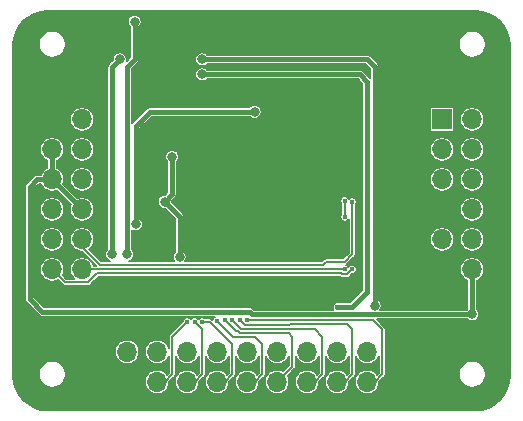
<source format=gbl>
G04 #@! TF.GenerationSoftware,KiCad,Pcbnew,(5.1.6)-1*
G04 #@! TF.CreationDate,2021-04-25T19:59:30-07:00*
G04 #@! TF.ProjectId,scum3c-devboard,7363756d-3363-42d6-9465-76626f617264,rev?*
G04 #@! TF.SameCoordinates,Original*
G04 #@! TF.FileFunction,Copper,L2,Bot*
G04 #@! TF.FilePolarity,Positive*
%FSLAX46Y46*%
G04 Gerber Fmt 4.6, Leading zero omitted, Abs format (unit mm)*
G04 Created by KiCad (PCBNEW (5.1.6)-1) date 2021-04-25 19:59:30*
%MOMM*%
%LPD*%
G01*
G04 APERTURE LIST*
G04 #@! TA.AperFunction,ComponentPad*
%ADD10O,1.700000X1.700000*%
G04 #@! TD*
G04 #@! TA.AperFunction,ComponentPad*
%ADD11R,1.700000X1.700000*%
G04 #@! TD*
G04 #@! TA.AperFunction,ComponentPad*
%ADD12C,0.568750*%
G04 #@! TD*
G04 #@! TA.AperFunction,ViaPad*
%ADD13C,0.406400*%
G04 #@! TD*
G04 #@! TA.AperFunction,ViaPad*
%ADD14C,0.812800*%
G04 #@! TD*
G04 #@! TA.AperFunction,Conductor*
%ADD15C,0.203200*%
G04 #@! TD*
G04 #@! TA.AperFunction,Conductor*
%ADD16C,0.406400*%
G04 #@! TD*
G04 #@! TA.AperFunction,Conductor*
%ADD17C,0.127000*%
G04 #@! TD*
G04 APERTURE END LIST*
D10*
G04 #@! TO.P,J2,12*
G04 #@! TO.N,+VDDIO*
X144145000Y-96520000D03*
G04 #@! TO.P,J2,11*
G04 #@! TO.N,GND*
X141605000Y-96520000D03*
G04 #@! TO.P,J2,10*
G04 #@! TO.N,/3WB_DATA*
X144145000Y-93980000D03*
G04 #@! TO.P,J2,9*
G04 #@! TO.N,/GPO_ZERO*
X141605000Y-93980000D03*
G04 #@! TO.P,J2,8*
G04 #@! TO.N,/3WB_ENB*
X144145000Y-91440000D03*
G04 #@! TO.P,J2,7*
G04 #@! TO.N,GND*
X141605000Y-91440000D03*
G04 #@! TO.P,J2,6*
G04 #@! TO.N,/3WB_CLK*
X144145000Y-88900000D03*
G04 #@! TO.P,J2,5*
G04 #@! TO.N,/RsRx*
X141605000Y-88900000D03*
G04 #@! TO.P,J2,4*
G04 #@! TO.N,/HARD_RESET*
X144145000Y-86360000D03*
G04 #@! TO.P,J2,3*
G04 #@! TO.N,/RsTx*
X141605000Y-86360000D03*
G04 #@! TO.P,J2,2*
G04 #@! TO.N,+VBAT*
X144145000Y-83820000D03*
D11*
G04 #@! TO.P,J2,1*
G04 #@! TO.N,+VDDD*
X141605000Y-83820000D03*
G04 #@! TD*
D10*
G04 #@! TO.P,J1,12*
G04 #@! TO.N,/SENSOR_LDO_OUTPUT*
X111125000Y-96520000D03*
G04 #@! TO.P,J1,11*
G04 #@! TO.N,/SENSOR_EXT_IN*
X108585000Y-96520000D03*
G04 #@! TO.P,J1,10*
G04 #@! TO.N,/BOOT_SOURCE_SEL*
X111125000Y-93980000D03*
G04 #@! TO.P,J1,9*
G04 #@! TO.N,+VDDD*
X108585000Y-93980000D03*
G04 #@! TO.P,J1,8*
G04 #@! TO.N,+VDDIO*
X111125000Y-91440000D03*
G04 #@! TO.P,J1,7*
G04 #@! TO.N,+VBAT*
X108585000Y-91440000D03*
G04 #@! TO.P,J1,6*
G04 #@! TO.N,/IMU_VDDIO*
X111125000Y-88900000D03*
G04 #@! TO.P,J1,5*
G04 #@! TO.N,+VDDIO*
X108585000Y-88900000D03*
G04 #@! TO.P,J1,4*
G04 #@! TO.N,/IMU_VDD*
X111125000Y-86360000D03*
G04 #@! TO.P,J1,3*
G04 #@! TO.N,+VDDIO*
X108585000Y-86360000D03*
G04 #@! TO.P,J1,2*
G04 #@! TO.N,/ANTENNA*
X111125000Y-83820000D03*
D11*
G04 #@! TO.P,J1,1*
G04 #@! TO.N,GND*
X108585000Y-83820000D03*
G04 #@! TD*
D10*
G04 #@! TO.P,J3,20*
G04 #@! TO.N,GND*
X137795000Y-103505000D03*
G04 #@! TO.P,J3,19*
X137795000Y-106045000D03*
G04 #@! TO.P,J3,18*
G04 #@! TO.N,/GPIO15*
X135255000Y-103505000D03*
G04 #@! TO.P,J3,17*
G04 #@! TO.N,/GPIO7*
X135255000Y-106045000D03*
G04 #@! TO.P,J3,16*
G04 #@! TO.N,/GPIO14*
X132715000Y-103505000D03*
G04 #@! TO.P,J3,15*
G04 #@! TO.N,/GPIO6*
X132715000Y-106045000D03*
G04 #@! TO.P,J3,14*
G04 #@! TO.N,/GPIO13*
X130175000Y-103505000D03*
G04 #@! TO.P,J3,13*
G04 #@! TO.N,/GPIO5*
X130175000Y-106045000D03*
G04 #@! TO.P,J3,12*
G04 #@! TO.N,/GPIO12*
X127635000Y-103505000D03*
G04 #@! TO.P,J3,11*
G04 #@! TO.N,/GPIO4*
X127635000Y-106045000D03*
G04 #@! TO.P,J3,10*
G04 #@! TO.N,/GPIO11*
X125095000Y-103505000D03*
G04 #@! TO.P,J3,9*
G04 #@! TO.N,/GPIO3*
X125095000Y-106045000D03*
G04 #@! TO.P,J3,8*
G04 #@! TO.N,/GPIO10*
X122555000Y-103505000D03*
G04 #@! TO.P,J3,7*
G04 #@! TO.N,/GPIO2*
X122555000Y-106045000D03*
G04 #@! TO.P,J3,6*
G04 #@! TO.N,/GPIO9*
X120015000Y-103505000D03*
G04 #@! TO.P,J3,5*
G04 #@! TO.N,/GPIO1*
X120015000Y-106045000D03*
G04 #@! TO.P,J3,4*
G04 #@! TO.N,/GPIO8*
X117475000Y-103505000D03*
G04 #@! TO.P,J3,3*
G04 #@! TO.N,/GPIO0*
X117475000Y-106045000D03*
G04 #@! TO.P,J3,2*
G04 #@! TO.N,/GPIO1*
X114935000Y-103505000D03*
D11*
G04 #@! TO.P,J3,1*
G04 #@! TO.N,GND*
X114935000Y-106045000D03*
G04 #@! TD*
D12*
G04 #@! TO.P,U8,101*
G04 #@! TO.N,GND*
X122383750Y-86373750D03*
X122383750Y-87511250D03*
X122383750Y-88648750D03*
X122383750Y-89786250D03*
X122383750Y-90923750D03*
X122383750Y-92061250D03*
X122383750Y-93198750D03*
X122383750Y-94336250D03*
X123521250Y-86373750D03*
X123521250Y-87511250D03*
X123521250Y-88648750D03*
X123521250Y-89786250D03*
X123521250Y-90923750D03*
X123521250Y-92061250D03*
X123521250Y-93198750D03*
X123521250Y-94336250D03*
X124658750Y-86373750D03*
X124658750Y-87511250D03*
X124658750Y-88648750D03*
X124658750Y-89786250D03*
X124658750Y-90923750D03*
X124658750Y-92061250D03*
X124658750Y-93198750D03*
X124658750Y-94336250D03*
X125796250Y-86373750D03*
X125796250Y-87511250D03*
X125796250Y-88648750D03*
X125796250Y-89786250D03*
X125796250Y-90923750D03*
X125796250Y-92061250D03*
X125796250Y-93198750D03*
X125796250Y-94336250D03*
X126933750Y-86373750D03*
X126933750Y-87511250D03*
X126933750Y-88648750D03*
X126933750Y-89786250D03*
X126933750Y-90923750D03*
X126933750Y-92061250D03*
X126933750Y-93198750D03*
X126933750Y-94336250D03*
X128071250Y-86373750D03*
X128071250Y-87511250D03*
X128071250Y-88648750D03*
X128071250Y-89786250D03*
X128071250Y-90923750D03*
X128071250Y-92061250D03*
X128071250Y-93198750D03*
X128071250Y-94336250D03*
X129208750Y-86373750D03*
X129208750Y-87511250D03*
X129208750Y-88648750D03*
X129208750Y-89786250D03*
X129208750Y-90923750D03*
X129208750Y-92061250D03*
X129208750Y-93198750D03*
X129208750Y-94336250D03*
X130346250Y-86373750D03*
X130346250Y-87511250D03*
X130346250Y-88648750D03*
X130346250Y-89786250D03*
X130346250Y-90923750D03*
X130346250Y-92061250D03*
X130346250Y-93198750D03*
X130346250Y-94336250D03*
G04 #@! TD*
D13*
G04 #@! TO.N,GND*
X119380000Y-100965000D03*
G04 #@! TO.N,+VBAT*
X133350000Y-92075000D03*
X133350000Y-90723200D03*
D14*
X118745000Y-86995000D03*
X118110000Y-90805000D03*
X119380000Y-95478610D03*
G04 #@! TO.N,+VDDD*
X115671600Y-92710000D03*
X125730000Y-83185000D03*
D13*
G04 #@! TO.N,+VDDIO*
X125533200Y-100330000D03*
D14*
X144145000Y-100330000D03*
D13*
G04 #@! TO.N,/GPIO7*
X125095000Y-100837990D03*
G04 #@! TO.N,/GPIO5*
X123825000Y-100837990D03*
G04 #@! TO.N,/GPIO3*
X122514778Y-100893680D03*
G04 #@! TO.N,/GPIO1*
X120650000Y-100965000D03*
G04 #@! TO.N,/GPIO6*
X124460000Y-100837990D03*
G04 #@! TO.N,/GPIO4*
X123190000Y-100837990D03*
G04 #@! TO.N,/GPIO2*
X121285000Y-100965000D03*
G04 #@! TO.N,/GPIO0*
X120015000Y-100965000D03*
G04 #@! TO.N,/SENSOR_LDO_OUTPUT*
X133350000Y-96520000D03*
G04 #@! TO.N,/SENSOR_EXT_IN*
X133985000Y-96520000D03*
G04 #@! TO.N,/BOOT_SOURCE_SEL*
X133985000Y-90805000D03*
D14*
G04 #@! TO.N,/GPIO13*
X114300000Y-78740000D03*
X113665000Y-95250000D03*
G04 #@! TO.N,/GPIO14*
X121285000Y-80010000D03*
D13*
X132715000Y-99695000D03*
D14*
G04 #@! TO.N,/GPIO15*
X121285000Y-78740000D03*
X135890000Y-99593400D03*
G04 #@! TO.N,/GPIO12*
X115570000Y-75565000D03*
X114935000Y-95250000D03*
G04 #@! TD*
D15*
G04 #@! TO.N,+VBAT*
X133350000Y-92075000D02*
X133350000Y-90723200D01*
D16*
X118745000Y-90170000D02*
X118110000Y-90805000D01*
X118745000Y-86995000D02*
X118745000Y-90170000D01*
X118110000Y-90805000D02*
X119380000Y-92075000D01*
X119380000Y-92075000D02*
X119380000Y-95478610D01*
G04 #@! TO.N,+VDDD*
X115671600Y-92710000D02*
X115671600Y-84353400D01*
X115671600Y-84353400D02*
X116840000Y-83185000D01*
X116840000Y-83185000D02*
X125730000Y-83185000D01*
G04 #@! TO.N,+VDDIO*
X125533200Y-100330000D02*
X144145000Y-100330000D01*
X125533200Y-100330000D02*
X125330001Y-100126801D01*
X107315000Y-88900000D02*
X108585000Y-88900000D01*
X106680000Y-89535000D02*
X107315000Y-88900000D01*
X108585000Y-88900000D02*
X108585000Y-86360000D01*
X111125000Y-91440000D02*
X108585000Y-88900000D01*
X107746801Y-100126801D02*
X106680000Y-99060000D01*
X106680000Y-99060000D02*
X106680000Y-89535000D01*
X125330001Y-100126801D02*
X107746801Y-100126801D01*
X144145000Y-100330000D02*
X144145000Y-96520000D01*
D15*
G04 #@! TO.N,/GPIO7*
X135255000Y-106045000D02*
X135890000Y-106045000D01*
X135890000Y-106045000D02*
X136525000Y-105410000D01*
X136525000Y-105410000D02*
X136525000Y-101600000D01*
X136525000Y-101600000D02*
X135762990Y-100837990D01*
X125095000Y-100837990D02*
X135762990Y-100837990D01*
G04 #@! TO.N,/GPIO5*
X123825000Y-100837990D02*
X124587010Y-101600000D01*
X124587010Y-101600000D02*
X130810000Y-101600000D01*
X130810000Y-101600000D02*
X131445000Y-102235000D01*
X131445000Y-102235000D02*
X131445000Y-105410000D01*
X130810000Y-106045000D02*
X130175000Y-106045000D01*
X131445000Y-105410000D02*
X130810000Y-106045000D01*
G04 #@! TO.N,/GPIO3*
X122514778Y-100893680D02*
X123881518Y-102260420D01*
X123881518Y-102260420D02*
X125755420Y-102260420D01*
X125755420Y-102260420D02*
X126365000Y-102870000D01*
X126365000Y-102870000D02*
X126365000Y-105410000D01*
X125730000Y-106045000D02*
X125095000Y-106045000D01*
X126365000Y-105410000D02*
X125730000Y-106045000D01*
G04 #@! TO.N,/GPIO1*
X120650000Y-100965000D02*
X121285000Y-101600000D01*
X121285000Y-101600000D02*
X121285000Y-105410000D01*
X121285000Y-105410000D02*
X120650000Y-106045000D01*
X120650000Y-106045000D02*
X120015000Y-106045000D01*
G04 #@! TO.N,/GPIO6*
X128600209Y-101269791D02*
X128701800Y-101168200D01*
X124460000Y-100837990D02*
X124891801Y-101269791D01*
X124891801Y-101269791D02*
X128600209Y-101269791D01*
X128701800Y-101168200D02*
X133553200Y-101168200D01*
X133553200Y-101168200D02*
X133985000Y-101600000D01*
X133985000Y-101600000D02*
X133985000Y-105410000D01*
X132715000Y-106045000D02*
X133350000Y-106045000D01*
X133350000Y-106045000D02*
X133985000Y-105410000D01*
G04 #@! TO.N,/GPIO4*
X123190000Y-100837990D02*
X124121998Y-101769988D01*
X127635000Y-106045000D02*
X128905000Y-104775000D01*
X128905000Y-104775000D02*
X128905000Y-102235000D01*
X128905000Y-102235000D02*
X128600210Y-101930210D01*
X124290011Y-101769988D02*
X124121998Y-101769988D01*
X124450233Y-101930210D02*
X124290011Y-101769988D01*
X128600210Y-101930210D02*
X124450233Y-101930210D01*
G04 #@! TO.N,/GPIO2*
X123825000Y-102870000D02*
X121920000Y-100965000D01*
X123825000Y-105410000D02*
X123825000Y-102870000D01*
X122555000Y-106045000D02*
X123190000Y-106045000D01*
X121920000Y-100965000D02*
X121285000Y-100965000D01*
X123190000Y-106045000D02*
X123825000Y-105410000D01*
G04 #@! TO.N,/GPIO0*
X120015000Y-100965000D02*
X118745000Y-102235000D01*
X118745000Y-102235000D02*
X118745000Y-105410000D01*
X118745000Y-105410000D02*
X118110000Y-106045000D01*
X118110000Y-106045000D02*
X117475000Y-106045000D01*
G04 #@! TO.N,/SENSOR_LDO_OUTPUT*
X133350000Y-96520000D02*
X111125000Y-96520000D01*
G04 #@! TO.N,/SENSOR_EXT_IN*
X109663601Y-97598601D02*
X111646609Y-97598601D01*
X112395000Y-96850210D02*
X133045210Y-96850210D01*
X111646609Y-97598601D02*
X112395000Y-96850210D01*
X108585000Y-96520000D02*
X109663601Y-97598601D01*
X133553199Y-96951801D02*
X133146801Y-96951801D01*
X133146801Y-96951801D02*
X133045210Y-96850210D01*
X133985000Y-96520000D02*
X133553199Y-96951801D01*
G04 #@! TO.N,/BOOT_SOURCE_SEL*
X111125000Y-94615000D02*
X111125000Y-93980000D01*
X131539694Y-96113610D02*
X112623610Y-96113610D01*
X131768304Y-95885000D02*
X131539694Y-96113610D01*
X112623610Y-96113610D02*
X111125000Y-94615000D01*
X133985000Y-95250000D02*
X133350000Y-95885000D01*
X133350000Y-95885000D02*
X131768304Y-95885000D01*
X133985000Y-90805000D02*
X133985000Y-95250000D01*
D16*
G04 #@! TO.N,/GPIO13*
X114300000Y-78740000D02*
X113665000Y-79375000D01*
X113665000Y-79375000D02*
X113665000Y-95250000D01*
G04 #@! TO.N,/GPIO14*
X121285000Y-80010000D02*
X134620000Y-80010000D01*
X134620000Y-80010000D02*
X135255000Y-80645000D01*
X132715000Y-99695000D02*
X133985000Y-99695000D01*
X133985000Y-99695000D02*
X135255000Y-98425000D01*
X135255000Y-98425000D02*
X135255000Y-80645000D01*
G04 #@! TO.N,/GPIO15*
X135890000Y-99593400D02*
X135890000Y-79375000D01*
X135890000Y-79375000D02*
X135255000Y-78740000D01*
X135255000Y-78740000D02*
X121285000Y-78740000D01*
G04 #@! TO.N,/GPIO12*
X115570000Y-75565000D02*
X115570000Y-78740000D01*
X115570000Y-78740000D02*
X114935000Y-79375000D01*
X114935000Y-79375000D02*
X114935000Y-95250000D01*
G04 #@! TD*
D17*
G04 #@! TO.N,GND*
G36*
X144989758Y-74692518D02*
G01*
X145537809Y-74857985D01*
X146043290Y-75126754D01*
X146486936Y-75488582D01*
X146851856Y-75929695D01*
X147124144Y-76433280D01*
X147293434Y-76980170D01*
X147354466Y-77560846D01*
X147354501Y-77570835D01*
X147354500Y-105498240D01*
X147297482Y-106079758D01*
X147132015Y-106627809D01*
X146863246Y-107133290D01*
X146501416Y-107576939D01*
X146060305Y-107941855D01*
X145556720Y-108214144D01*
X145009831Y-108383433D01*
X144429155Y-108444466D01*
X144419453Y-108444500D01*
X108236760Y-108444500D01*
X107655242Y-108387482D01*
X107107191Y-108222015D01*
X106601710Y-107953246D01*
X106158061Y-107591416D01*
X105793145Y-107150305D01*
X105520856Y-106646720D01*
X105351567Y-106099831D01*
X105290534Y-105519155D01*
X105290500Y-105509453D01*
X105290500Y-105297329D01*
X107441035Y-105297329D01*
X107441035Y-105522671D01*
X107484997Y-105743682D01*
X107571232Y-105951871D01*
X107696424Y-106139235D01*
X107855765Y-106298576D01*
X108043129Y-106423768D01*
X108251318Y-106510003D01*
X108472329Y-106553965D01*
X108697671Y-106553965D01*
X108918682Y-106510003D01*
X109126871Y-106423768D01*
X109314235Y-106298576D01*
X109473576Y-106139235D01*
X109598768Y-105951871D01*
X109685003Y-105743682D01*
X109728965Y-105522671D01*
X109728965Y-105297329D01*
X109685003Y-105076318D01*
X109598768Y-104868129D01*
X109473576Y-104680765D01*
X109314235Y-104521424D01*
X109126871Y-104396232D01*
X108918682Y-104309997D01*
X108697671Y-104266035D01*
X108472329Y-104266035D01*
X108251318Y-104309997D01*
X108043129Y-104396232D01*
X107855765Y-104521424D01*
X107696424Y-104680765D01*
X107571232Y-104868129D01*
X107484997Y-105076318D01*
X107441035Y-105297329D01*
X105290500Y-105297329D01*
X105290500Y-103402520D01*
X113894500Y-103402520D01*
X113894500Y-103607480D01*
X113934485Y-103808503D01*
X114012920Y-103997862D01*
X114126791Y-104168280D01*
X114271720Y-104313209D01*
X114442138Y-104427080D01*
X114631497Y-104505515D01*
X114832520Y-104545500D01*
X115037480Y-104545500D01*
X115238503Y-104505515D01*
X115427862Y-104427080D01*
X115598280Y-104313209D01*
X115743209Y-104168280D01*
X115857080Y-103997862D01*
X115935515Y-103808503D01*
X115975500Y-103607480D01*
X115975500Y-103402520D01*
X115935515Y-103201497D01*
X115857080Y-103012138D01*
X115743209Y-102841720D01*
X115598280Y-102696791D01*
X115427862Y-102582920D01*
X115238503Y-102504485D01*
X115037480Y-102464500D01*
X114832520Y-102464500D01*
X114631497Y-102504485D01*
X114442138Y-102582920D01*
X114271720Y-102696791D01*
X114126791Y-102841720D01*
X114012920Y-103012138D01*
X113934485Y-103201497D01*
X113894500Y-103402520D01*
X105290500Y-103402520D01*
X105290500Y-89535000D01*
X106284397Y-89535000D01*
X106286301Y-89554333D01*
X106286300Y-99040678D01*
X106284397Y-99060000D01*
X106286300Y-99079322D01*
X106286300Y-99079332D01*
X106291997Y-99137178D01*
X106314510Y-99211390D01*
X106351067Y-99279785D01*
X106400266Y-99339734D01*
X106415285Y-99352060D01*
X107454745Y-100391521D01*
X107467067Y-100406535D01*
X107482080Y-100418856D01*
X107482083Y-100418859D01*
X107527014Y-100455734D01*
X107563571Y-100475273D01*
X107595410Y-100492291D01*
X107669622Y-100514804D01*
X107727468Y-100520501D01*
X107727478Y-100520501D01*
X107746800Y-100522404D01*
X107766123Y-100520501D01*
X122386925Y-100520501D01*
X122328291Y-100544788D01*
X122263809Y-100587873D01*
X122208971Y-100642711D01*
X122165886Y-100707193D01*
X122139349Y-100771258D01*
X122136693Y-100768602D01*
X122127545Y-100757455D01*
X122083067Y-100720953D01*
X122032323Y-100693829D01*
X121977262Y-100677127D01*
X121934346Y-100672900D01*
X121934338Y-100672900D01*
X121920000Y-100671488D01*
X121905662Y-100672900D01*
X121549676Y-100672900D01*
X121535969Y-100659193D01*
X121471487Y-100616108D01*
X121399838Y-100586430D01*
X121323776Y-100571300D01*
X121246224Y-100571300D01*
X121170162Y-100586430D01*
X121098513Y-100616108D01*
X121034031Y-100659193D01*
X120979193Y-100714031D01*
X120967500Y-100731531D01*
X120955807Y-100714031D01*
X120900969Y-100659193D01*
X120836487Y-100616108D01*
X120764838Y-100586430D01*
X120688776Y-100571300D01*
X120611224Y-100571300D01*
X120535162Y-100586430D01*
X120463513Y-100616108D01*
X120399031Y-100659193D01*
X120344193Y-100714031D01*
X120332500Y-100731531D01*
X120320807Y-100714031D01*
X120265969Y-100659193D01*
X120201487Y-100616108D01*
X120129838Y-100586430D01*
X120053776Y-100571300D01*
X119976224Y-100571300D01*
X119900162Y-100586430D01*
X119828513Y-100616108D01*
X119764031Y-100659193D01*
X119709193Y-100714031D01*
X119666108Y-100778513D01*
X119636430Y-100850162D01*
X119621300Y-100926224D01*
X119621300Y-100945609D01*
X118548602Y-102018307D01*
X118537455Y-102027455D01*
X118500953Y-102071934D01*
X118473829Y-102122678D01*
X118457127Y-102177739D01*
X118452900Y-102220655D01*
X118452900Y-102220662D01*
X118451488Y-102235000D01*
X118452900Y-102249338D01*
X118452900Y-103146900D01*
X118397080Y-103012138D01*
X118283209Y-102841720D01*
X118138280Y-102696791D01*
X117967862Y-102582920D01*
X117778503Y-102504485D01*
X117577480Y-102464500D01*
X117372520Y-102464500D01*
X117171497Y-102504485D01*
X116982138Y-102582920D01*
X116811720Y-102696791D01*
X116666791Y-102841720D01*
X116552920Y-103012138D01*
X116474485Y-103201497D01*
X116434500Y-103402520D01*
X116434500Y-103607480D01*
X116474485Y-103808503D01*
X116552920Y-103997862D01*
X116666791Y-104168280D01*
X116811720Y-104313209D01*
X116982138Y-104427080D01*
X117171497Y-104505515D01*
X117372520Y-104545500D01*
X117577480Y-104545500D01*
X117778503Y-104505515D01*
X117967862Y-104427080D01*
X118138280Y-104313209D01*
X118283209Y-104168280D01*
X118397080Y-103997862D01*
X118452901Y-103863100D01*
X118452901Y-105289007D01*
X118314043Y-105427866D01*
X118283209Y-105381720D01*
X118138280Y-105236791D01*
X117967862Y-105122920D01*
X117778503Y-105044485D01*
X117577480Y-105004500D01*
X117372520Y-105004500D01*
X117171497Y-105044485D01*
X116982138Y-105122920D01*
X116811720Y-105236791D01*
X116666791Y-105381720D01*
X116552920Y-105552138D01*
X116474485Y-105741497D01*
X116434500Y-105942520D01*
X116434500Y-106147480D01*
X116474485Y-106348503D01*
X116552920Y-106537862D01*
X116666791Y-106708280D01*
X116811720Y-106853209D01*
X116982138Y-106967080D01*
X117171497Y-107045515D01*
X117372520Y-107085500D01*
X117577480Y-107085500D01*
X117778503Y-107045515D01*
X117967862Y-106967080D01*
X118138280Y-106853209D01*
X118283209Y-106708280D01*
X118397080Y-106537862D01*
X118475515Y-106348503D01*
X118515500Y-106147480D01*
X118515500Y-106052591D01*
X118941403Y-105626689D01*
X118952545Y-105617545D01*
X118964909Y-105602480D01*
X118989047Y-105573067D01*
X119016171Y-105522323D01*
X119032873Y-105467262D01*
X119038513Y-105410000D01*
X119037100Y-105395654D01*
X119037100Y-103863100D01*
X119092920Y-103997862D01*
X119206791Y-104168280D01*
X119351720Y-104313209D01*
X119522138Y-104427080D01*
X119711497Y-104505515D01*
X119912520Y-104545500D01*
X120117480Y-104545500D01*
X120318503Y-104505515D01*
X120507862Y-104427080D01*
X120678280Y-104313209D01*
X120823209Y-104168280D01*
X120937080Y-103997862D01*
X120992901Y-103863100D01*
X120992901Y-105289007D01*
X120854043Y-105427866D01*
X120823209Y-105381720D01*
X120678280Y-105236791D01*
X120507862Y-105122920D01*
X120318503Y-105044485D01*
X120117480Y-105004500D01*
X119912520Y-105004500D01*
X119711497Y-105044485D01*
X119522138Y-105122920D01*
X119351720Y-105236791D01*
X119206791Y-105381720D01*
X119092920Y-105552138D01*
X119014485Y-105741497D01*
X118974500Y-105942520D01*
X118974500Y-106147480D01*
X119014485Y-106348503D01*
X119092920Y-106537862D01*
X119206791Y-106708280D01*
X119351720Y-106853209D01*
X119522138Y-106967080D01*
X119711497Y-107045515D01*
X119912520Y-107085500D01*
X120117480Y-107085500D01*
X120318503Y-107045515D01*
X120507862Y-106967080D01*
X120678280Y-106853209D01*
X120823209Y-106708280D01*
X120937080Y-106537862D01*
X121015515Y-106348503D01*
X121055500Y-106147480D01*
X121055500Y-106052591D01*
X121481403Y-105626689D01*
X121492545Y-105617545D01*
X121504909Y-105602480D01*
X121529047Y-105573067D01*
X121556171Y-105522323D01*
X121572873Y-105467262D01*
X121578513Y-105410000D01*
X121577100Y-105395654D01*
X121577100Y-103863100D01*
X121632920Y-103997862D01*
X121746791Y-104168280D01*
X121891720Y-104313209D01*
X122062138Y-104427080D01*
X122251497Y-104505515D01*
X122452520Y-104545500D01*
X122657480Y-104545500D01*
X122858503Y-104505515D01*
X123047862Y-104427080D01*
X123218280Y-104313209D01*
X123363209Y-104168280D01*
X123477080Y-103997862D01*
X123532901Y-103863100D01*
X123532900Y-105289008D01*
X123394043Y-105427866D01*
X123363209Y-105381720D01*
X123218280Y-105236791D01*
X123047862Y-105122920D01*
X122858503Y-105044485D01*
X122657480Y-105004500D01*
X122452520Y-105004500D01*
X122251497Y-105044485D01*
X122062138Y-105122920D01*
X121891720Y-105236791D01*
X121746791Y-105381720D01*
X121632920Y-105552138D01*
X121554485Y-105741497D01*
X121514500Y-105942520D01*
X121514500Y-106147480D01*
X121554485Y-106348503D01*
X121632920Y-106537862D01*
X121746791Y-106708280D01*
X121891720Y-106853209D01*
X122062138Y-106967080D01*
X122251497Y-107045515D01*
X122452520Y-107085500D01*
X122657480Y-107085500D01*
X122858503Y-107045515D01*
X123047862Y-106967080D01*
X123218280Y-106853209D01*
X123363209Y-106708280D01*
X123477080Y-106537862D01*
X123555515Y-106348503D01*
X123595500Y-106147480D01*
X123595500Y-106052591D01*
X124021404Y-105626688D01*
X124032545Y-105617545D01*
X124044909Y-105602480D01*
X124069047Y-105573067D01*
X124096171Y-105522323D01*
X124112873Y-105467262D01*
X124118513Y-105410000D01*
X124117100Y-105395654D01*
X124117100Y-103863100D01*
X124172920Y-103997862D01*
X124286791Y-104168280D01*
X124431720Y-104313209D01*
X124602138Y-104427080D01*
X124791497Y-104505515D01*
X124992520Y-104545500D01*
X125197480Y-104545500D01*
X125398503Y-104505515D01*
X125587862Y-104427080D01*
X125758280Y-104313209D01*
X125903209Y-104168280D01*
X126017080Y-103997862D01*
X126072900Y-103863100D01*
X126072901Y-105289007D01*
X125934043Y-105427866D01*
X125903209Y-105381720D01*
X125758280Y-105236791D01*
X125587862Y-105122920D01*
X125398503Y-105044485D01*
X125197480Y-105004500D01*
X124992520Y-105004500D01*
X124791497Y-105044485D01*
X124602138Y-105122920D01*
X124431720Y-105236791D01*
X124286791Y-105381720D01*
X124172920Y-105552138D01*
X124094485Y-105741497D01*
X124054500Y-105942520D01*
X124054500Y-106147480D01*
X124094485Y-106348503D01*
X124172920Y-106537862D01*
X124286791Y-106708280D01*
X124431720Y-106853209D01*
X124602138Y-106967080D01*
X124791497Y-107045515D01*
X124992520Y-107085500D01*
X125197480Y-107085500D01*
X125398503Y-107045515D01*
X125587862Y-106967080D01*
X125758280Y-106853209D01*
X125903209Y-106708280D01*
X126017080Y-106537862D01*
X126095515Y-106348503D01*
X126135500Y-106147480D01*
X126135500Y-106052591D01*
X126561403Y-105626689D01*
X126572545Y-105617545D01*
X126584909Y-105602480D01*
X126609047Y-105573067D01*
X126636171Y-105522323D01*
X126652873Y-105467262D01*
X126658513Y-105410000D01*
X126657100Y-105395654D01*
X126657100Y-103863100D01*
X126712920Y-103997862D01*
X126826791Y-104168280D01*
X126971720Y-104313209D01*
X127142138Y-104427080D01*
X127331497Y-104505515D01*
X127532520Y-104545500D01*
X127737480Y-104545500D01*
X127938503Y-104505515D01*
X128127862Y-104427080D01*
X128298280Y-104313209D01*
X128443209Y-104168280D01*
X128557080Y-103997862D01*
X128612900Y-103863100D01*
X128612900Y-104654009D01*
X128137529Y-105129380D01*
X128127862Y-105122920D01*
X127938503Y-105044485D01*
X127737480Y-105004500D01*
X127532520Y-105004500D01*
X127331497Y-105044485D01*
X127142138Y-105122920D01*
X126971720Y-105236791D01*
X126826791Y-105381720D01*
X126712920Y-105552138D01*
X126634485Y-105741497D01*
X126594500Y-105942520D01*
X126594500Y-106147480D01*
X126634485Y-106348503D01*
X126712920Y-106537862D01*
X126826791Y-106708280D01*
X126971720Y-106853209D01*
X127142138Y-106967080D01*
X127331497Y-107045515D01*
X127532520Y-107085500D01*
X127737480Y-107085500D01*
X127938503Y-107045515D01*
X128127862Y-106967080D01*
X128298280Y-106853209D01*
X128443209Y-106708280D01*
X128557080Y-106537862D01*
X128635515Y-106348503D01*
X128675500Y-106147480D01*
X128675500Y-105942520D01*
X128635515Y-105741497D01*
X128557080Y-105552138D01*
X128550620Y-105542471D01*
X129101399Y-104991692D01*
X129112545Y-104982545D01*
X129149047Y-104938067D01*
X129176171Y-104887323D01*
X129192873Y-104832262D01*
X129197100Y-104789346D01*
X129197100Y-104789337D01*
X129198512Y-104775001D01*
X129197100Y-104760665D01*
X129197100Y-103863100D01*
X129252920Y-103997862D01*
X129366791Y-104168280D01*
X129511720Y-104313209D01*
X129682138Y-104427080D01*
X129871497Y-104505515D01*
X130072520Y-104545500D01*
X130277480Y-104545500D01*
X130478503Y-104505515D01*
X130667862Y-104427080D01*
X130838280Y-104313209D01*
X130983209Y-104168280D01*
X131097080Y-103997862D01*
X131152901Y-103863100D01*
X131152901Y-105289007D01*
X131014043Y-105427866D01*
X130983209Y-105381720D01*
X130838280Y-105236791D01*
X130667862Y-105122920D01*
X130478503Y-105044485D01*
X130277480Y-105004500D01*
X130072520Y-105004500D01*
X129871497Y-105044485D01*
X129682138Y-105122920D01*
X129511720Y-105236791D01*
X129366791Y-105381720D01*
X129252920Y-105552138D01*
X129174485Y-105741497D01*
X129134500Y-105942520D01*
X129134500Y-106147480D01*
X129174485Y-106348503D01*
X129252920Y-106537862D01*
X129366791Y-106708280D01*
X129511720Y-106853209D01*
X129682138Y-106967080D01*
X129871497Y-107045515D01*
X130072520Y-107085500D01*
X130277480Y-107085500D01*
X130478503Y-107045515D01*
X130667862Y-106967080D01*
X130838280Y-106853209D01*
X130983209Y-106708280D01*
X131097080Y-106537862D01*
X131175515Y-106348503D01*
X131215500Y-106147480D01*
X131215500Y-106052591D01*
X131641403Y-105626689D01*
X131652545Y-105617545D01*
X131664909Y-105602480D01*
X131689047Y-105573067D01*
X131716171Y-105522323D01*
X131732873Y-105467262D01*
X131738513Y-105410000D01*
X131737100Y-105395654D01*
X131737100Y-103863100D01*
X131792920Y-103997862D01*
X131906791Y-104168280D01*
X132051720Y-104313209D01*
X132222138Y-104427080D01*
X132411497Y-104505515D01*
X132612520Y-104545500D01*
X132817480Y-104545500D01*
X133018503Y-104505515D01*
X133207862Y-104427080D01*
X133378280Y-104313209D01*
X133523209Y-104168280D01*
X133637080Y-103997862D01*
X133692901Y-103863100D01*
X133692901Y-105289007D01*
X133554043Y-105427866D01*
X133523209Y-105381720D01*
X133378280Y-105236791D01*
X133207862Y-105122920D01*
X133018503Y-105044485D01*
X132817480Y-105004500D01*
X132612520Y-105004500D01*
X132411497Y-105044485D01*
X132222138Y-105122920D01*
X132051720Y-105236791D01*
X131906791Y-105381720D01*
X131792920Y-105552138D01*
X131714485Y-105741497D01*
X131674500Y-105942520D01*
X131674500Y-106147480D01*
X131714485Y-106348503D01*
X131792920Y-106537862D01*
X131906791Y-106708280D01*
X132051720Y-106853209D01*
X132222138Y-106967080D01*
X132411497Y-107045515D01*
X132612520Y-107085500D01*
X132817480Y-107085500D01*
X133018503Y-107045515D01*
X133207862Y-106967080D01*
X133378280Y-106853209D01*
X133523209Y-106708280D01*
X133637080Y-106537862D01*
X133715515Y-106348503D01*
X133755500Y-106147480D01*
X133755500Y-106052591D01*
X134181403Y-105626689D01*
X134192545Y-105617545D01*
X134204909Y-105602480D01*
X134229047Y-105573067D01*
X134256171Y-105522323D01*
X134272873Y-105467262D01*
X134278513Y-105410000D01*
X134277100Y-105395654D01*
X134277100Y-103863100D01*
X134332920Y-103997862D01*
X134446791Y-104168280D01*
X134591720Y-104313209D01*
X134762138Y-104427080D01*
X134951497Y-104505515D01*
X135152520Y-104545500D01*
X135357480Y-104545500D01*
X135558503Y-104505515D01*
X135747862Y-104427080D01*
X135918280Y-104313209D01*
X136063209Y-104168280D01*
X136177080Y-103997862D01*
X136232900Y-103863100D01*
X136232900Y-105289008D01*
X136094043Y-105427866D01*
X136063209Y-105381720D01*
X135918280Y-105236791D01*
X135747862Y-105122920D01*
X135558503Y-105044485D01*
X135357480Y-105004500D01*
X135152520Y-105004500D01*
X134951497Y-105044485D01*
X134762138Y-105122920D01*
X134591720Y-105236791D01*
X134446791Y-105381720D01*
X134332920Y-105552138D01*
X134254485Y-105741497D01*
X134214500Y-105942520D01*
X134214500Y-106147480D01*
X134254485Y-106348503D01*
X134332920Y-106537862D01*
X134446791Y-106708280D01*
X134591720Y-106853209D01*
X134762138Y-106967080D01*
X134951497Y-107045515D01*
X135152520Y-107085500D01*
X135357480Y-107085500D01*
X135558503Y-107045515D01*
X135747862Y-106967080D01*
X135918280Y-106853209D01*
X136063209Y-106708280D01*
X136177080Y-106537862D01*
X136255515Y-106348503D01*
X136295500Y-106147480D01*
X136295500Y-106052591D01*
X136721404Y-105626688D01*
X136732545Y-105617545D01*
X136744909Y-105602480D01*
X136769047Y-105573067D01*
X136796171Y-105522323D01*
X136812873Y-105467262D01*
X136818513Y-105410000D01*
X136817100Y-105395654D01*
X136817100Y-105297329D01*
X143001035Y-105297329D01*
X143001035Y-105522671D01*
X143044997Y-105743682D01*
X143131232Y-105951871D01*
X143256424Y-106139235D01*
X143415765Y-106298576D01*
X143603129Y-106423768D01*
X143811318Y-106510003D01*
X144032329Y-106553965D01*
X144257671Y-106553965D01*
X144478682Y-106510003D01*
X144686871Y-106423768D01*
X144874235Y-106298576D01*
X145033576Y-106139235D01*
X145158768Y-105951871D01*
X145245003Y-105743682D01*
X145288965Y-105522671D01*
X145288965Y-105297329D01*
X145245003Y-105076318D01*
X145158768Y-104868129D01*
X145033576Y-104680765D01*
X144874235Y-104521424D01*
X144686871Y-104396232D01*
X144478682Y-104309997D01*
X144257671Y-104266035D01*
X144032329Y-104266035D01*
X143811318Y-104309997D01*
X143603129Y-104396232D01*
X143415765Y-104521424D01*
X143256424Y-104680765D01*
X143131232Y-104868129D01*
X143044997Y-105076318D01*
X143001035Y-105297329D01*
X136817100Y-105297329D01*
X136817100Y-101614346D01*
X136818513Y-101600000D01*
X136812873Y-101542738D01*
X136796171Y-101487677D01*
X136769047Y-101436933D01*
X136741690Y-101403598D01*
X136741689Y-101403597D01*
X136732545Y-101392455D01*
X136721402Y-101383310D01*
X136061791Y-100723700D01*
X143694557Y-100723700D01*
X143764499Y-100793642D01*
X143862262Y-100858966D01*
X143970891Y-100903961D01*
X144086210Y-100926900D01*
X144203790Y-100926900D01*
X144319109Y-100903961D01*
X144427738Y-100858966D01*
X144525501Y-100793642D01*
X144608642Y-100710501D01*
X144673966Y-100612738D01*
X144718961Y-100504109D01*
X144741900Y-100388790D01*
X144741900Y-100271210D01*
X144718961Y-100155891D01*
X144673966Y-100047262D01*
X144608642Y-99949499D01*
X144538700Y-99879557D01*
X144538700Y-97483154D01*
X144637862Y-97442080D01*
X144808280Y-97328209D01*
X144953209Y-97183280D01*
X145067080Y-97012862D01*
X145145515Y-96823503D01*
X145185500Y-96622480D01*
X145185500Y-96417520D01*
X145145515Y-96216497D01*
X145067080Y-96027138D01*
X144953209Y-95856720D01*
X144808280Y-95711791D01*
X144637862Y-95597920D01*
X144448503Y-95519485D01*
X144247480Y-95479500D01*
X144042520Y-95479500D01*
X143841497Y-95519485D01*
X143652138Y-95597920D01*
X143481720Y-95711791D01*
X143336791Y-95856720D01*
X143222920Y-96027138D01*
X143144485Y-96216497D01*
X143104500Y-96417520D01*
X143104500Y-96622480D01*
X143144485Y-96823503D01*
X143222920Y-97012862D01*
X143336791Y-97183280D01*
X143481720Y-97328209D01*
X143652138Y-97442080D01*
X143751301Y-97483155D01*
X143751300Y-99879557D01*
X143694557Y-99936300D01*
X136378767Y-99936300D01*
X136418966Y-99876138D01*
X136463961Y-99767509D01*
X136486900Y-99652190D01*
X136486900Y-99534610D01*
X136463961Y-99419291D01*
X136418966Y-99310662D01*
X136353642Y-99212899D01*
X136283700Y-99142957D01*
X136283700Y-93877520D01*
X140564500Y-93877520D01*
X140564500Y-94082480D01*
X140604485Y-94283503D01*
X140682920Y-94472862D01*
X140796791Y-94643280D01*
X140941720Y-94788209D01*
X141112138Y-94902080D01*
X141301497Y-94980515D01*
X141502520Y-95020500D01*
X141707480Y-95020500D01*
X141908503Y-94980515D01*
X142097862Y-94902080D01*
X142268280Y-94788209D01*
X142413209Y-94643280D01*
X142527080Y-94472862D01*
X142605515Y-94283503D01*
X142645500Y-94082480D01*
X142645500Y-93877520D01*
X143104500Y-93877520D01*
X143104500Y-94082480D01*
X143144485Y-94283503D01*
X143222920Y-94472862D01*
X143336791Y-94643280D01*
X143481720Y-94788209D01*
X143652138Y-94902080D01*
X143841497Y-94980515D01*
X144042520Y-95020500D01*
X144247480Y-95020500D01*
X144448503Y-94980515D01*
X144637862Y-94902080D01*
X144808280Y-94788209D01*
X144953209Y-94643280D01*
X145067080Y-94472862D01*
X145145515Y-94283503D01*
X145185500Y-94082480D01*
X145185500Y-93877520D01*
X145145515Y-93676497D01*
X145067080Y-93487138D01*
X144953209Y-93316720D01*
X144808280Y-93171791D01*
X144637862Y-93057920D01*
X144448503Y-92979485D01*
X144247480Y-92939500D01*
X144042520Y-92939500D01*
X143841497Y-92979485D01*
X143652138Y-93057920D01*
X143481720Y-93171791D01*
X143336791Y-93316720D01*
X143222920Y-93487138D01*
X143144485Y-93676497D01*
X143104500Y-93877520D01*
X142645500Y-93877520D01*
X142605515Y-93676497D01*
X142527080Y-93487138D01*
X142413209Y-93316720D01*
X142268280Y-93171791D01*
X142097862Y-93057920D01*
X141908503Y-92979485D01*
X141707480Y-92939500D01*
X141502520Y-92939500D01*
X141301497Y-92979485D01*
X141112138Y-93057920D01*
X140941720Y-93171791D01*
X140796791Y-93316720D01*
X140682920Y-93487138D01*
X140604485Y-93676497D01*
X140564500Y-93877520D01*
X136283700Y-93877520D01*
X136283700Y-91337520D01*
X143104500Y-91337520D01*
X143104500Y-91542480D01*
X143144485Y-91743503D01*
X143222920Y-91932862D01*
X143336791Y-92103280D01*
X143481720Y-92248209D01*
X143652138Y-92362080D01*
X143841497Y-92440515D01*
X144042520Y-92480500D01*
X144247480Y-92480500D01*
X144448503Y-92440515D01*
X144637862Y-92362080D01*
X144808280Y-92248209D01*
X144953209Y-92103280D01*
X145067080Y-91932862D01*
X145145515Y-91743503D01*
X145185500Y-91542480D01*
X145185500Y-91337520D01*
X145145515Y-91136497D01*
X145067080Y-90947138D01*
X144953209Y-90776720D01*
X144808280Y-90631791D01*
X144637862Y-90517920D01*
X144448503Y-90439485D01*
X144247480Y-90399500D01*
X144042520Y-90399500D01*
X143841497Y-90439485D01*
X143652138Y-90517920D01*
X143481720Y-90631791D01*
X143336791Y-90776720D01*
X143222920Y-90947138D01*
X143144485Y-91136497D01*
X143104500Y-91337520D01*
X136283700Y-91337520D01*
X136283700Y-88797520D01*
X140564500Y-88797520D01*
X140564500Y-89002480D01*
X140604485Y-89203503D01*
X140682920Y-89392862D01*
X140796791Y-89563280D01*
X140941720Y-89708209D01*
X141112138Y-89822080D01*
X141301497Y-89900515D01*
X141502520Y-89940500D01*
X141707480Y-89940500D01*
X141908503Y-89900515D01*
X142097862Y-89822080D01*
X142268280Y-89708209D01*
X142413209Y-89563280D01*
X142527080Y-89392862D01*
X142605515Y-89203503D01*
X142645500Y-89002480D01*
X142645500Y-88797520D01*
X143104500Y-88797520D01*
X143104500Y-89002480D01*
X143144485Y-89203503D01*
X143222920Y-89392862D01*
X143336791Y-89563280D01*
X143481720Y-89708209D01*
X143652138Y-89822080D01*
X143841497Y-89900515D01*
X144042520Y-89940500D01*
X144247480Y-89940500D01*
X144448503Y-89900515D01*
X144637862Y-89822080D01*
X144808280Y-89708209D01*
X144953209Y-89563280D01*
X145067080Y-89392862D01*
X145145515Y-89203503D01*
X145185500Y-89002480D01*
X145185500Y-88797520D01*
X145145515Y-88596497D01*
X145067080Y-88407138D01*
X144953209Y-88236720D01*
X144808280Y-88091791D01*
X144637862Y-87977920D01*
X144448503Y-87899485D01*
X144247480Y-87859500D01*
X144042520Y-87859500D01*
X143841497Y-87899485D01*
X143652138Y-87977920D01*
X143481720Y-88091791D01*
X143336791Y-88236720D01*
X143222920Y-88407138D01*
X143144485Y-88596497D01*
X143104500Y-88797520D01*
X142645500Y-88797520D01*
X142605515Y-88596497D01*
X142527080Y-88407138D01*
X142413209Y-88236720D01*
X142268280Y-88091791D01*
X142097862Y-87977920D01*
X141908503Y-87899485D01*
X141707480Y-87859500D01*
X141502520Y-87859500D01*
X141301497Y-87899485D01*
X141112138Y-87977920D01*
X140941720Y-88091791D01*
X140796791Y-88236720D01*
X140682920Y-88407138D01*
X140604485Y-88596497D01*
X140564500Y-88797520D01*
X136283700Y-88797520D01*
X136283700Y-86257520D01*
X140564500Y-86257520D01*
X140564500Y-86462480D01*
X140604485Y-86663503D01*
X140682920Y-86852862D01*
X140796791Y-87023280D01*
X140941720Y-87168209D01*
X141112138Y-87282080D01*
X141301497Y-87360515D01*
X141502520Y-87400500D01*
X141707480Y-87400500D01*
X141908503Y-87360515D01*
X142097862Y-87282080D01*
X142268280Y-87168209D01*
X142413209Y-87023280D01*
X142527080Y-86852862D01*
X142605515Y-86663503D01*
X142645500Y-86462480D01*
X142645500Y-86257520D01*
X143104500Y-86257520D01*
X143104500Y-86462480D01*
X143144485Y-86663503D01*
X143222920Y-86852862D01*
X143336791Y-87023280D01*
X143481720Y-87168209D01*
X143652138Y-87282080D01*
X143841497Y-87360515D01*
X144042520Y-87400500D01*
X144247480Y-87400500D01*
X144448503Y-87360515D01*
X144637862Y-87282080D01*
X144808280Y-87168209D01*
X144953209Y-87023280D01*
X145067080Y-86852862D01*
X145145515Y-86663503D01*
X145185500Y-86462480D01*
X145185500Y-86257520D01*
X145145515Y-86056497D01*
X145067080Y-85867138D01*
X144953209Y-85696720D01*
X144808280Y-85551791D01*
X144637862Y-85437920D01*
X144448503Y-85359485D01*
X144247480Y-85319500D01*
X144042520Y-85319500D01*
X143841497Y-85359485D01*
X143652138Y-85437920D01*
X143481720Y-85551791D01*
X143336791Y-85696720D01*
X143222920Y-85867138D01*
X143144485Y-86056497D01*
X143104500Y-86257520D01*
X142645500Y-86257520D01*
X142605515Y-86056497D01*
X142527080Y-85867138D01*
X142413209Y-85696720D01*
X142268280Y-85551791D01*
X142097862Y-85437920D01*
X141908503Y-85359485D01*
X141707480Y-85319500D01*
X141502520Y-85319500D01*
X141301497Y-85359485D01*
X141112138Y-85437920D01*
X140941720Y-85551791D01*
X140796791Y-85696720D01*
X140682920Y-85867138D01*
X140604485Y-86056497D01*
X140564500Y-86257520D01*
X136283700Y-86257520D01*
X136283700Y-82970000D01*
X140563579Y-82970000D01*
X140563579Y-84670000D01*
X140567257Y-84707344D01*
X140578150Y-84743254D01*
X140595839Y-84776348D01*
X140619645Y-84805355D01*
X140648652Y-84829161D01*
X140681746Y-84846850D01*
X140717656Y-84857743D01*
X140755000Y-84861421D01*
X142455000Y-84861421D01*
X142492344Y-84857743D01*
X142528254Y-84846850D01*
X142561348Y-84829161D01*
X142590355Y-84805355D01*
X142614161Y-84776348D01*
X142631850Y-84743254D01*
X142642743Y-84707344D01*
X142646421Y-84670000D01*
X142646421Y-83717520D01*
X143104500Y-83717520D01*
X143104500Y-83922480D01*
X143144485Y-84123503D01*
X143222920Y-84312862D01*
X143336791Y-84483280D01*
X143481720Y-84628209D01*
X143652138Y-84742080D01*
X143841497Y-84820515D01*
X144042520Y-84860500D01*
X144247480Y-84860500D01*
X144448503Y-84820515D01*
X144637862Y-84742080D01*
X144808280Y-84628209D01*
X144953209Y-84483280D01*
X145067080Y-84312862D01*
X145145515Y-84123503D01*
X145185500Y-83922480D01*
X145185500Y-83717520D01*
X145145515Y-83516497D01*
X145067080Y-83327138D01*
X144953209Y-83156720D01*
X144808280Y-83011791D01*
X144637862Y-82897920D01*
X144448503Y-82819485D01*
X144247480Y-82779500D01*
X144042520Y-82779500D01*
X143841497Y-82819485D01*
X143652138Y-82897920D01*
X143481720Y-83011791D01*
X143336791Y-83156720D01*
X143222920Y-83327138D01*
X143144485Y-83516497D01*
X143104500Y-83717520D01*
X142646421Y-83717520D01*
X142646421Y-82970000D01*
X142642743Y-82932656D01*
X142631850Y-82896746D01*
X142614161Y-82863652D01*
X142590355Y-82834645D01*
X142561348Y-82810839D01*
X142528254Y-82793150D01*
X142492344Y-82782257D01*
X142455000Y-82778579D01*
X140755000Y-82778579D01*
X140717656Y-82782257D01*
X140681746Y-82793150D01*
X140648652Y-82810839D01*
X140619645Y-82834645D01*
X140595839Y-82863652D01*
X140578150Y-82896746D01*
X140567257Y-82932656D01*
X140563579Y-82970000D01*
X136283700Y-82970000D01*
X136283700Y-79394325D01*
X136285603Y-79375000D01*
X136283700Y-79355675D01*
X136283700Y-79355667D01*
X136278003Y-79297821D01*
X136255490Y-79223609D01*
X136218933Y-79155214D01*
X136196601Y-79128003D01*
X136182058Y-79110282D01*
X136182055Y-79110279D01*
X136169734Y-79095266D01*
X136154720Y-79082944D01*
X135547060Y-78475285D01*
X135534734Y-78460266D01*
X135474786Y-78411067D01*
X135406391Y-78374510D01*
X135332179Y-78351997D01*
X135274333Y-78346300D01*
X135274322Y-78346300D01*
X135255000Y-78344397D01*
X135235678Y-78346300D01*
X121735443Y-78346300D01*
X121665501Y-78276358D01*
X121567738Y-78211034D01*
X121459109Y-78166039D01*
X121343790Y-78143100D01*
X121226210Y-78143100D01*
X121110891Y-78166039D01*
X121002262Y-78211034D01*
X120904499Y-78276358D01*
X120821358Y-78359499D01*
X120756034Y-78457262D01*
X120711039Y-78565891D01*
X120688100Y-78681210D01*
X120688100Y-78798790D01*
X120711039Y-78914109D01*
X120756034Y-79022738D01*
X120821358Y-79120501D01*
X120904499Y-79203642D01*
X121002262Y-79268966D01*
X121110891Y-79313961D01*
X121226210Y-79336900D01*
X121343790Y-79336900D01*
X121459109Y-79313961D01*
X121567738Y-79268966D01*
X121665501Y-79203642D01*
X121735443Y-79133700D01*
X135091925Y-79133700D01*
X135496301Y-79538077D01*
X135496301Y-80329525D01*
X134912060Y-79745285D01*
X134899734Y-79730266D01*
X134839786Y-79681067D01*
X134771391Y-79644510D01*
X134697179Y-79621997D01*
X134639333Y-79616300D01*
X134639322Y-79616300D01*
X134620000Y-79614397D01*
X134600678Y-79616300D01*
X121735443Y-79616300D01*
X121665501Y-79546358D01*
X121567738Y-79481034D01*
X121459109Y-79436039D01*
X121343790Y-79413100D01*
X121226210Y-79413100D01*
X121110891Y-79436039D01*
X121002262Y-79481034D01*
X120904499Y-79546358D01*
X120821358Y-79629499D01*
X120756034Y-79727262D01*
X120711039Y-79835891D01*
X120688100Y-79951210D01*
X120688100Y-80068790D01*
X120711039Y-80184109D01*
X120756034Y-80292738D01*
X120821358Y-80390501D01*
X120904499Y-80473642D01*
X121002262Y-80538966D01*
X121110891Y-80583961D01*
X121226210Y-80606900D01*
X121343790Y-80606900D01*
X121459109Y-80583961D01*
X121567738Y-80538966D01*
X121665501Y-80473642D01*
X121735443Y-80403700D01*
X134456925Y-80403700D01*
X134861301Y-80808077D01*
X134861300Y-98261924D01*
X133821925Y-99301300D01*
X132676224Y-99301300D01*
X132657158Y-99305093D01*
X132637821Y-99306997D01*
X132619227Y-99312638D01*
X132600162Y-99316430D01*
X132582199Y-99323871D01*
X132563609Y-99329510D01*
X132546477Y-99338667D01*
X132528513Y-99346108D01*
X132512349Y-99356909D01*
X132495214Y-99366067D01*
X132480197Y-99378391D01*
X132464031Y-99389193D01*
X132450279Y-99402945D01*
X132435266Y-99415266D01*
X132422945Y-99430279D01*
X132409193Y-99444031D01*
X132398391Y-99460197D01*
X132386067Y-99475214D01*
X132376909Y-99492349D01*
X132366108Y-99508513D01*
X132358667Y-99526477D01*
X132349510Y-99543609D01*
X132343871Y-99562199D01*
X132336430Y-99580162D01*
X132332638Y-99599227D01*
X132326997Y-99617821D01*
X132325093Y-99637158D01*
X132321300Y-99656224D01*
X132321300Y-99675667D01*
X132319396Y-99695000D01*
X132321300Y-99714333D01*
X132321300Y-99733776D01*
X132325093Y-99752842D01*
X132326997Y-99772179D01*
X132332638Y-99790773D01*
X132336430Y-99809838D01*
X132343871Y-99827801D01*
X132349510Y-99846391D01*
X132358667Y-99863523D01*
X132366108Y-99881487D01*
X132376909Y-99897651D01*
X132386067Y-99914786D01*
X132398391Y-99929803D01*
X132402732Y-99936300D01*
X125696275Y-99936300D01*
X125622061Y-99862086D01*
X125609735Y-99847067D01*
X125549787Y-99797868D01*
X125481392Y-99761311D01*
X125407180Y-99738798D01*
X125349334Y-99733101D01*
X125349323Y-99733101D01*
X125330001Y-99731198D01*
X125310679Y-99733101D01*
X107909877Y-99733101D01*
X107073700Y-98896925D01*
X107073700Y-96417520D01*
X107544500Y-96417520D01*
X107544500Y-96622480D01*
X107584485Y-96823503D01*
X107662920Y-97012862D01*
X107776791Y-97183280D01*
X107921720Y-97328209D01*
X108092138Y-97442080D01*
X108281497Y-97520515D01*
X108482520Y-97560500D01*
X108687480Y-97560500D01*
X108888503Y-97520515D01*
X109077862Y-97442080D01*
X109087529Y-97435620D01*
X109446908Y-97794999D01*
X109456056Y-97806146D01*
X109500534Y-97842648D01*
X109551278Y-97869772D01*
X109606339Y-97886474D01*
X109649255Y-97890701D01*
X109649264Y-97890701D01*
X109663600Y-97892113D01*
X109677936Y-97890701D01*
X111632271Y-97890701D01*
X111646609Y-97892113D01*
X111660947Y-97890701D01*
X111660955Y-97890701D01*
X111703871Y-97886474D01*
X111758932Y-97869772D01*
X111809676Y-97842648D01*
X111854154Y-97806146D01*
X111863302Y-97794999D01*
X112515992Y-97142310D01*
X132924220Y-97142310D01*
X132930104Y-97148194D01*
X132939256Y-97159346D01*
X132983734Y-97195848D01*
X133034478Y-97222972D01*
X133089539Y-97239674D01*
X133132455Y-97243901D01*
X133132464Y-97243901D01*
X133146800Y-97245313D01*
X133161136Y-97243901D01*
X133538861Y-97243901D01*
X133553199Y-97245313D01*
X133567537Y-97243901D01*
X133567545Y-97243901D01*
X133610461Y-97239674D01*
X133665522Y-97222972D01*
X133716266Y-97195848D01*
X133760744Y-97159346D01*
X133769892Y-97148199D01*
X134004392Y-96913700D01*
X134023776Y-96913700D01*
X134099838Y-96898570D01*
X134171487Y-96868892D01*
X134235969Y-96825807D01*
X134290807Y-96770969D01*
X134333892Y-96706487D01*
X134363570Y-96634838D01*
X134378700Y-96558776D01*
X134378700Y-96481224D01*
X134363570Y-96405162D01*
X134333892Y-96333513D01*
X134290807Y-96269031D01*
X134235969Y-96214193D01*
X134171487Y-96171108D01*
X134099838Y-96141430D01*
X134023776Y-96126300D01*
X133946224Y-96126300D01*
X133870162Y-96141430D01*
X133798513Y-96171108D01*
X133734031Y-96214193D01*
X133679193Y-96269031D01*
X133667500Y-96286531D01*
X133655807Y-96269031D01*
X133600969Y-96214193D01*
X133536487Y-96171108D01*
X133478958Y-96147279D01*
X133513067Y-96129047D01*
X133557545Y-96092545D01*
X133566693Y-96081398D01*
X134181403Y-95466689D01*
X134192545Y-95457545D01*
X134229047Y-95413067D01*
X134256171Y-95362323D01*
X134272873Y-95307262D01*
X134277100Y-95264346D01*
X134278513Y-95250000D01*
X134277100Y-95235654D01*
X134277100Y-91069676D01*
X134290807Y-91055969D01*
X134333892Y-90991487D01*
X134363570Y-90919838D01*
X134378700Y-90843776D01*
X134378700Y-90766224D01*
X134363570Y-90690162D01*
X134333892Y-90618513D01*
X134290807Y-90554031D01*
X134235969Y-90499193D01*
X134171487Y-90456108D01*
X134099838Y-90426430D01*
X134023776Y-90411300D01*
X133946224Y-90411300D01*
X133870162Y-90426430D01*
X133798513Y-90456108D01*
X133734031Y-90499193D01*
X133697938Y-90535286D01*
X133655807Y-90472231D01*
X133600969Y-90417393D01*
X133536487Y-90374308D01*
X133464838Y-90344630D01*
X133388776Y-90329500D01*
X133311224Y-90329500D01*
X133235162Y-90344630D01*
X133163513Y-90374308D01*
X133099031Y-90417393D01*
X133044193Y-90472231D01*
X133001108Y-90536713D01*
X132971430Y-90608362D01*
X132956300Y-90684424D01*
X132956300Y-90761976D01*
X132971430Y-90838038D01*
X133001108Y-90909687D01*
X133044193Y-90974169D01*
X133057901Y-90987877D01*
X133057900Y-91810324D01*
X133044193Y-91824031D01*
X133001108Y-91888513D01*
X132971430Y-91960162D01*
X132956300Y-92036224D01*
X132956300Y-92113776D01*
X132971430Y-92189838D01*
X133001108Y-92261487D01*
X133044193Y-92325969D01*
X133099031Y-92380807D01*
X133163513Y-92423892D01*
X133235162Y-92453570D01*
X133311224Y-92468700D01*
X133388776Y-92468700D01*
X133464838Y-92453570D01*
X133536487Y-92423892D01*
X133600969Y-92380807D01*
X133655807Y-92325969D01*
X133692900Y-92270454D01*
X133692901Y-95129007D01*
X133229009Y-95592900D01*
X131782639Y-95592900D01*
X131768303Y-95591488D01*
X131753967Y-95592900D01*
X131753958Y-95592900D01*
X131711042Y-95597127D01*
X131655981Y-95613829D01*
X131605237Y-95640953D01*
X131560759Y-95677455D01*
X131551611Y-95688602D01*
X131418703Y-95821510D01*
X119868767Y-95821510D01*
X119908966Y-95761348D01*
X119953961Y-95652719D01*
X119976900Y-95537400D01*
X119976900Y-95419820D01*
X119953961Y-95304501D01*
X119908966Y-95195872D01*
X119843642Y-95098109D01*
X119773700Y-95028167D01*
X119773700Y-92094322D01*
X119775603Y-92074999D01*
X119773700Y-92055677D01*
X119773700Y-92055667D01*
X119768003Y-91997821D01*
X119745490Y-91923609D01*
X119708933Y-91855214D01*
X119672058Y-91810282D01*
X119672055Y-91810279D01*
X119659734Y-91795266D01*
X119644722Y-91782946D01*
X118706900Y-90845125D01*
X118706900Y-90764876D01*
X119009720Y-90462056D01*
X119024734Y-90449734D01*
X119041187Y-90429687D01*
X119073933Y-90389786D01*
X119110490Y-90321391D01*
X119133003Y-90247179D01*
X119138700Y-90189333D01*
X119138700Y-90189325D01*
X119140603Y-90170000D01*
X119138700Y-90150675D01*
X119138700Y-87445443D01*
X119208642Y-87375501D01*
X119273966Y-87277738D01*
X119318961Y-87169109D01*
X119341900Y-87053790D01*
X119341900Y-86936210D01*
X119318961Y-86820891D01*
X119273966Y-86712262D01*
X119208642Y-86614499D01*
X119125501Y-86531358D01*
X119027738Y-86466034D01*
X118919109Y-86421039D01*
X118803790Y-86398100D01*
X118686210Y-86398100D01*
X118570891Y-86421039D01*
X118462262Y-86466034D01*
X118364499Y-86531358D01*
X118281358Y-86614499D01*
X118216034Y-86712262D01*
X118171039Y-86820891D01*
X118148100Y-86936210D01*
X118148100Y-87053790D01*
X118171039Y-87169109D01*
X118216034Y-87277738D01*
X118281358Y-87375501D01*
X118351300Y-87445443D01*
X118351301Y-90006923D01*
X118150124Y-90208100D01*
X118051210Y-90208100D01*
X117935891Y-90231039D01*
X117827262Y-90276034D01*
X117729499Y-90341358D01*
X117646358Y-90424499D01*
X117581034Y-90522262D01*
X117536039Y-90630891D01*
X117513100Y-90746210D01*
X117513100Y-90863790D01*
X117536039Y-90979109D01*
X117581034Y-91087738D01*
X117646358Y-91185501D01*
X117729499Y-91268642D01*
X117827262Y-91333966D01*
X117935891Y-91378961D01*
X118051210Y-91401900D01*
X118150125Y-91401900D01*
X118986300Y-92238076D01*
X118986301Y-95028166D01*
X118916358Y-95098109D01*
X118851034Y-95195872D01*
X118806039Y-95304501D01*
X118783100Y-95419820D01*
X118783100Y-95537400D01*
X118806039Y-95652719D01*
X118851034Y-95761348D01*
X118891233Y-95821510D01*
X115115026Y-95821510D01*
X115217738Y-95778966D01*
X115315501Y-95713642D01*
X115398642Y-95630501D01*
X115463966Y-95532738D01*
X115508961Y-95424109D01*
X115531900Y-95308790D01*
X115531900Y-95191210D01*
X115508961Y-95075891D01*
X115463966Y-94967262D01*
X115398642Y-94869499D01*
X115328700Y-94799557D01*
X115328700Y-93198767D01*
X115388862Y-93238966D01*
X115497491Y-93283961D01*
X115612810Y-93306900D01*
X115730390Y-93306900D01*
X115845709Y-93283961D01*
X115954338Y-93238966D01*
X116052101Y-93173642D01*
X116135242Y-93090501D01*
X116200566Y-92992738D01*
X116245561Y-92884109D01*
X116268500Y-92768790D01*
X116268500Y-92651210D01*
X116245561Y-92535891D01*
X116200566Y-92427262D01*
X116135242Y-92329499D01*
X116065300Y-92259557D01*
X116065300Y-84516475D01*
X117003076Y-83578700D01*
X125279557Y-83578700D01*
X125349499Y-83648642D01*
X125447262Y-83713966D01*
X125555891Y-83758961D01*
X125671210Y-83781900D01*
X125788790Y-83781900D01*
X125904109Y-83758961D01*
X126012738Y-83713966D01*
X126110501Y-83648642D01*
X126193642Y-83565501D01*
X126258966Y-83467738D01*
X126303961Y-83359109D01*
X126326900Y-83243790D01*
X126326900Y-83126210D01*
X126303961Y-83010891D01*
X126258966Y-82902262D01*
X126193642Y-82804499D01*
X126110501Y-82721358D01*
X126012738Y-82656034D01*
X125904109Y-82611039D01*
X125788790Y-82588100D01*
X125671210Y-82588100D01*
X125555891Y-82611039D01*
X125447262Y-82656034D01*
X125349499Y-82721358D01*
X125279557Y-82791300D01*
X116859322Y-82791300D01*
X116839999Y-82789397D01*
X116820677Y-82791300D01*
X116820667Y-82791300D01*
X116762821Y-82796997D01*
X116688609Y-82819510D01*
X116620214Y-82856067D01*
X116575282Y-82892942D01*
X116575279Y-82892945D01*
X116560266Y-82905266D01*
X116547944Y-82920280D01*
X115406880Y-84061345D01*
X115391867Y-84073666D01*
X115379546Y-84088679D01*
X115379542Y-84088683D01*
X115342667Y-84133615D01*
X115328700Y-84159746D01*
X115328700Y-79538075D01*
X115834720Y-79032056D01*
X115849734Y-79019734D01*
X115862059Y-79004717D01*
X115898933Y-78959786D01*
X115935490Y-78891391D01*
X115958003Y-78817179D01*
X115959814Y-78798790D01*
X115963700Y-78759333D01*
X115963700Y-78759325D01*
X115965603Y-78740000D01*
X115963700Y-78720675D01*
X115963700Y-77357329D01*
X143001035Y-77357329D01*
X143001035Y-77582671D01*
X143044997Y-77803682D01*
X143131232Y-78011871D01*
X143256424Y-78199235D01*
X143415765Y-78358576D01*
X143603129Y-78483768D01*
X143811318Y-78570003D01*
X144032329Y-78613965D01*
X144257671Y-78613965D01*
X144478682Y-78570003D01*
X144686871Y-78483768D01*
X144874235Y-78358576D01*
X145033576Y-78199235D01*
X145158768Y-78011871D01*
X145245003Y-77803682D01*
X145288965Y-77582671D01*
X145288965Y-77357329D01*
X145245003Y-77136318D01*
X145158768Y-76928129D01*
X145033576Y-76740765D01*
X144874235Y-76581424D01*
X144686871Y-76456232D01*
X144478682Y-76369997D01*
X144257671Y-76326035D01*
X144032329Y-76326035D01*
X143811318Y-76369997D01*
X143603129Y-76456232D01*
X143415765Y-76581424D01*
X143256424Y-76740765D01*
X143131232Y-76928129D01*
X143044997Y-77136318D01*
X143001035Y-77357329D01*
X115963700Y-77357329D01*
X115963700Y-76015443D01*
X116033642Y-75945501D01*
X116098966Y-75847738D01*
X116143961Y-75739109D01*
X116166900Y-75623790D01*
X116166900Y-75506210D01*
X116143961Y-75390891D01*
X116098966Y-75282262D01*
X116033642Y-75184499D01*
X115950501Y-75101358D01*
X115852738Y-75036034D01*
X115744109Y-74991039D01*
X115628790Y-74968100D01*
X115511210Y-74968100D01*
X115395891Y-74991039D01*
X115287262Y-75036034D01*
X115189499Y-75101358D01*
X115106358Y-75184499D01*
X115041034Y-75282262D01*
X114996039Y-75390891D01*
X114973100Y-75506210D01*
X114973100Y-75623790D01*
X114996039Y-75739109D01*
X115041034Y-75847738D01*
X115106358Y-75945501D01*
X115176300Y-76015443D01*
X115176301Y-78576923D01*
X114882613Y-78870611D01*
X114896900Y-78798790D01*
X114896900Y-78681210D01*
X114873961Y-78565891D01*
X114828966Y-78457262D01*
X114763642Y-78359499D01*
X114680501Y-78276358D01*
X114582738Y-78211034D01*
X114474109Y-78166039D01*
X114358790Y-78143100D01*
X114241210Y-78143100D01*
X114125891Y-78166039D01*
X114017262Y-78211034D01*
X113919499Y-78276358D01*
X113836358Y-78359499D01*
X113771034Y-78457262D01*
X113726039Y-78565891D01*
X113703100Y-78681210D01*
X113703100Y-78780125D01*
X113400285Y-79082940D01*
X113385266Y-79095266D01*
X113336067Y-79155215D01*
X113299510Y-79223610D01*
X113276997Y-79297822D01*
X113271300Y-79355668D01*
X113271300Y-79355678D01*
X113269397Y-79375000D01*
X113271300Y-79394322D01*
X113271301Y-94799556D01*
X113201358Y-94869499D01*
X113136034Y-94967262D01*
X113091039Y-95075891D01*
X113068100Y-95191210D01*
X113068100Y-95308790D01*
X113091039Y-95424109D01*
X113136034Y-95532738D01*
X113201358Y-95630501D01*
X113284499Y-95713642D01*
X113382262Y-95778966D01*
X113484974Y-95821510D01*
X112744602Y-95821510D01*
X111742134Y-94819043D01*
X111788280Y-94788209D01*
X111933209Y-94643280D01*
X112047080Y-94472862D01*
X112125515Y-94283503D01*
X112165500Y-94082480D01*
X112165500Y-93877520D01*
X112125515Y-93676497D01*
X112047080Y-93487138D01*
X111933209Y-93316720D01*
X111788280Y-93171791D01*
X111617862Y-93057920D01*
X111428503Y-92979485D01*
X111227480Y-92939500D01*
X111022520Y-92939500D01*
X110821497Y-92979485D01*
X110632138Y-93057920D01*
X110461720Y-93171791D01*
X110316791Y-93316720D01*
X110202920Y-93487138D01*
X110124485Y-93676497D01*
X110084500Y-93877520D01*
X110084500Y-94082480D01*
X110124485Y-94283503D01*
X110202920Y-94472862D01*
X110316791Y-94643280D01*
X110461720Y-94788209D01*
X110632138Y-94902080D01*
X110821497Y-94980515D01*
X111022520Y-95020500D01*
X111117409Y-95020500D01*
X112324808Y-96227900D01*
X112127783Y-96227900D01*
X112125515Y-96216497D01*
X112047080Y-96027138D01*
X111933209Y-95856720D01*
X111788280Y-95711791D01*
X111617862Y-95597920D01*
X111428503Y-95519485D01*
X111227480Y-95479500D01*
X111022520Y-95479500D01*
X110821497Y-95519485D01*
X110632138Y-95597920D01*
X110461720Y-95711791D01*
X110316791Y-95856720D01*
X110202920Y-96027138D01*
X110124485Y-96216497D01*
X110084500Y-96417520D01*
X110084500Y-96622480D01*
X110124485Y-96823503D01*
X110202920Y-97012862D01*
X110316791Y-97183280D01*
X110440012Y-97306501D01*
X109784592Y-97306501D01*
X109500620Y-97022529D01*
X109507080Y-97012862D01*
X109585515Y-96823503D01*
X109625500Y-96622480D01*
X109625500Y-96417520D01*
X109585515Y-96216497D01*
X109507080Y-96027138D01*
X109393209Y-95856720D01*
X109248280Y-95711791D01*
X109077862Y-95597920D01*
X108888503Y-95519485D01*
X108687480Y-95479500D01*
X108482520Y-95479500D01*
X108281497Y-95519485D01*
X108092138Y-95597920D01*
X107921720Y-95711791D01*
X107776791Y-95856720D01*
X107662920Y-96027138D01*
X107584485Y-96216497D01*
X107544500Y-96417520D01*
X107073700Y-96417520D01*
X107073700Y-93877520D01*
X107544500Y-93877520D01*
X107544500Y-94082480D01*
X107584485Y-94283503D01*
X107662920Y-94472862D01*
X107776791Y-94643280D01*
X107921720Y-94788209D01*
X108092138Y-94902080D01*
X108281497Y-94980515D01*
X108482520Y-95020500D01*
X108687480Y-95020500D01*
X108888503Y-94980515D01*
X109077862Y-94902080D01*
X109248280Y-94788209D01*
X109393209Y-94643280D01*
X109507080Y-94472862D01*
X109585515Y-94283503D01*
X109625500Y-94082480D01*
X109625500Y-93877520D01*
X109585515Y-93676497D01*
X109507080Y-93487138D01*
X109393209Y-93316720D01*
X109248280Y-93171791D01*
X109077862Y-93057920D01*
X108888503Y-92979485D01*
X108687480Y-92939500D01*
X108482520Y-92939500D01*
X108281497Y-92979485D01*
X108092138Y-93057920D01*
X107921720Y-93171791D01*
X107776791Y-93316720D01*
X107662920Y-93487138D01*
X107584485Y-93676497D01*
X107544500Y-93877520D01*
X107073700Y-93877520D01*
X107073700Y-91337520D01*
X107544500Y-91337520D01*
X107544500Y-91542480D01*
X107584485Y-91743503D01*
X107662920Y-91932862D01*
X107776791Y-92103280D01*
X107921720Y-92248209D01*
X108092138Y-92362080D01*
X108281497Y-92440515D01*
X108482520Y-92480500D01*
X108687480Y-92480500D01*
X108888503Y-92440515D01*
X109077862Y-92362080D01*
X109248280Y-92248209D01*
X109393209Y-92103280D01*
X109507080Y-91932862D01*
X109585515Y-91743503D01*
X109625500Y-91542480D01*
X109625500Y-91337520D01*
X109585515Y-91136497D01*
X109507080Y-90947138D01*
X109393209Y-90776720D01*
X109248280Y-90631791D01*
X109077862Y-90517920D01*
X108888503Y-90439485D01*
X108687480Y-90399500D01*
X108482520Y-90399500D01*
X108281497Y-90439485D01*
X108092138Y-90517920D01*
X107921720Y-90631791D01*
X107776791Y-90776720D01*
X107662920Y-90947138D01*
X107584485Y-91136497D01*
X107544500Y-91337520D01*
X107073700Y-91337520D01*
X107073700Y-89698075D01*
X107478076Y-89293700D01*
X107621846Y-89293700D01*
X107662920Y-89392862D01*
X107776791Y-89563280D01*
X107921720Y-89708209D01*
X108092138Y-89822080D01*
X108281497Y-89900515D01*
X108482520Y-89940500D01*
X108687480Y-89940500D01*
X108888503Y-89900515D01*
X108987665Y-89859441D01*
X110165559Y-91037335D01*
X110124485Y-91136497D01*
X110084500Y-91337520D01*
X110084500Y-91542480D01*
X110124485Y-91743503D01*
X110202920Y-91932862D01*
X110316791Y-92103280D01*
X110461720Y-92248209D01*
X110632138Y-92362080D01*
X110821497Y-92440515D01*
X111022520Y-92480500D01*
X111227480Y-92480500D01*
X111428503Y-92440515D01*
X111617862Y-92362080D01*
X111788280Y-92248209D01*
X111933209Y-92103280D01*
X112047080Y-91932862D01*
X112125515Y-91743503D01*
X112165500Y-91542480D01*
X112165500Y-91337520D01*
X112125515Y-91136497D01*
X112047080Y-90947138D01*
X111933209Y-90776720D01*
X111788280Y-90631791D01*
X111617862Y-90517920D01*
X111428503Y-90439485D01*
X111227480Y-90399500D01*
X111022520Y-90399500D01*
X110821497Y-90439485D01*
X110722335Y-90480559D01*
X109544441Y-89302665D01*
X109585515Y-89203503D01*
X109625500Y-89002480D01*
X109625500Y-88797520D01*
X110084500Y-88797520D01*
X110084500Y-89002480D01*
X110124485Y-89203503D01*
X110202920Y-89392862D01*
X110316791Y-89563280D01*
X110461720Y-89708209D01*
X110632138Y-89822080D01*
X110821497Y-89900515D01*
X111022520Y-89940500D01*
X111227480Y-89940500D01*
X111428503Y-89900515D01*
X111617862Y-89822080D01*
X111788280Y-89708209D01*
X111933209Y-89563280D01*
X112047080Y-89392862D01*
X112125515Y-89203503D01*
X112165500Y-89002480D01*
X112165500Y-88797520D01*
X112125515Y-88596497D01*
X112047080Y-88407138D01*
X111933209Y-88236720D01*
X111788280Y-88091791D01*
X111617862Y-87977920D01*
X111428503Y-87899485D01*
X111227480Y-87859500D01*
X111022520Y-87859500D01*
X110821497Y-87899485D01*
X110632138Y-87977920D01*
X110461720Y-88091791D01*
X110316791Y-88236720D01*
X110202920Y-88407138D01*
X110124485Y-88596497D01*
X110084500Y-88797520D01*
X109625500Y-88797520D01*
X109585515Y-88596497D01*
X109507080Y-88407138D01*
X109393209Y-88236720D01*
X109248280Y-88091791D01*
X109077862Y-87977920D01*
X108978700Y-87936846D01*
X108978700Y-87323154D01*
X109077862Y-87282080D01*
X109248280Y-87168209D01*
X109393209Y-87023280D01*
X109507080Y-86852862D01*
X109585515Y-86663503D01*
X109625500Y-86462480D01*
X109625500Y-86257520D01*
X110084500Y-86257520D01*
X110084500Y-86462480D01*
X110124485Y-86663503D01*
X110202920Y-86852862D01*
X110316791Y-87023280D01*
X110461720Y-87168209D01*
X110632138Y-87282080D01*
X110821497Y-87360515D01*
X111022520Y-87400500D01*
X111227480Y-87400500D01*
X111428503Y-87360515D01*
X111617862Y-87282080D01*
X111788280Y-87168209D01*
X111933209Y-87023280D01*
X112047080Y-86852862D01*
X112125515Y-86663503D01*
X112165500Y-86462480D01*
X112165500Y-86257520D01*
X112125515Y-86056497D01*
X112047080Y-85867138D01*
X111933209Y-85696720D01*
X111788280Y-85551791D01*
X111617862Y-85437920D01*
X111428503Y-85359485D01*
X111227480Y-85319500D01*
X111022520Y-85319500D01*
X110821497Y-85359485D01*
X110632138Y-85437920D01*
X110461720Y-85551791D01*
X110316791Y-85696720D01*
X110202920Y-85867138D01*
X110124485Y-86056497D01*
X110084500Y-86257520D01*
X109625500Y-86257520D01*
X109585515Y-86056497D01*
X109507080Y-85867138D01*
X109393209Y-85696720D01*
X109248280Y-85551791D01*
X109077862Y-85437920D01*
X108888503Y-85359485D01*
X108687480Y-85319500D01*
X108482520Y-85319500D01*
X108281497Y-85359485D01*
X108092138Y-85437920D01*
X107921720Y-85551791D01*
X107776791Y-85696720D01*
X107662920Y-85867138D01*
X107584485Y-86056497D01*
X107544500Y-86257520D01*
X107544500Y-86462480D01*
X107584485Y-86663503D01*
X107662920Y-86852862D01*
X107776791Y-87023280D01*
X107921720Y-87168209D01*
X108092138Y-87282080D01*
X108191301Y-87323154D01*
X108191300Y-87936846D01*
X108092138Y-87977920D01*
X107921720Y-88091791D01*
X107776791Y-88236720D01*
X107662920Y-88407138D01*
X107621846Y-88506300D01*
X107334325Y-88506300D01*
X107315000Y-88504397D01*
X107295675Y-88506300D01*
X107295667Y-88506300D01*
X107237821Y-88511997D01*
X107163609Y-88534510D01*
X107095214Y-88571067D01*
X107050282Y-88607942D01*
X107050279Y-88607945D01*
X107035266Y-88620266D01*
X107022944Y-88635280D01*
X106415280Y-89242945D01*
X106400267Y-89255266D01*
X106387946Y-89270279D01*
X106387942Y-89270283D01*
X106351067Y-89315215D01*
X106314510Y-89383610D01*
X106291998Y-89457822D01*
X106284397Y-89535000D01*
X105290500Y-89535000D01*
X105290500Y-83717520D01*
X110084500Y-83717520D01*
X110084500Y-83922480D01*
X110124485Y-84123503D01*
X110202920Y-84312862D01*
X110316791Y-84483280D01*
X110461720Y-84628209D01*
X110632138Y-84742080D01*
X110821497Y-84820515D01*
X111022520Y-84860500D01*
X111227480Y-84860500D01*
X111428503Y-84820515D01*
X111617862Y-84742080D01*
X111788280Y-84628209D01*
X111933209Y-84483280D01*
X112047080Y-84312862D01*
X112125515Y-84123503D01*
X112165500Y-83922480D01*
X112165500Y-83717520D01*
X112125515Y-83516497D01*
X112047080Y-83327138D01*
X111933209Y-83156720D01*
X111788280Y-83011791D01*
X111617862Y-82897920D01*
X111428503Y-82819485D01*
X111227480Y-82779500D01*
X111022520Y-82779500D01*
X110821497Y-82819485D01*
X110632138Y-82897920D01*
X110461720Y-83011791D01*
X110316791Y-83156720D01*
X110202920Y-83327138D01*
X110124485Y-83516497D01*
X110084500Y-83717520D01*
X105290500Y-83717520D01*
X105290500Y-77581761D01*
X105312505Y-77357329D01*
X107441035Y-77357329D01*
X107441035Y-77582671D01*
X107484997Y-77803682D01*
X107571232Y-78011871D01*
X107696424Y-78199235D01*
X107855765Y-78358576D01*
X108043129Y-78483768D01*
X108251318Y-78570003D01*
X108472329Y-78613965D01*
X108697671Y-78613965D01*
X108918682Y-78570003D01*
X109126871Y-78483768D01*
X109314235Y-78358576D01*
X109473576Y-78199235D01*
X109598768Y-78011871D01*
X109685003Y-77803682D01*
X109728965Y-77582671D01*
X109728965Y-77357329D01*
X109685003Y-77136318D01*
X109598768Y-76928129D01*
X109473576Y-76740765D01*
X109314235Y-76581424D01*
X109126871Y-76456232D01*
X108918682Y-76369997D01*
X108697671Y-76326035D01*
X108472329Y-76326035D01*
X108251318Y-76369997D01*
X108043129Y-76456232D01*
X107855765Y-76581424D01*
X107696424Y-76740765D01*
X107571232Y-76928129D01*
X107484997Y-77136318D01*
X107441035Y-77357329D01*
X105312505Y-77357329D01*
X105347518Y-77000242D01*
X105512985Y-76452191D01*
X105781754Y-75946710D01*
X106143582Y-75503064D01*
X106584695Y-75138144D01*
X107088280Y-74865856D01*
X107635170Y-74696566D01*
X108215846Y-74635534D01*
X108225547Y-74635500D01*
X144408239Y-74635500D01*
X144989758Y-74692518D01*
G37*
X144989758Y-74692518D02*
X145537809Y-74857985D01*
X146043290Y-75126754D01*
X146486936Y-75488582D01*
X146851856Y-75929695D01*
X147124144Y-76433280D01*
X147293434Y-76980170D01*
X147354466Y-77560846D01*
X147354501Y-77570835D01*
X147354500Y-105498240D01*
X147297482Y-106079758D01*
X147132015Y-106627809D01*
X146863246Y-107133290D01*
X146501416Y-107576939D01*
X146060305Y-107941855D01*
X145556720Y-108214144D01*
X145009831Y-108383433D01*
X144429155Y-108444466D01*
X144419453Y-108444500D01*
X108236760Y-108444500D01*
X107655242Y-108387482D01*
X107107191Y-108222015D01*
X106601710Y-107953246D01*
X106158061Y-107591416D01*
X105793145Y-107150305D01*
X105520856Y-106646720D01*
X105351567Y-106099831D01*
X105290534Y-105519155D01*
X105290500Y-105509453D01*
X105290500Y-105297329D01*
X107441035Y-105297329D01*
X107441035Y-105522671D01*
X107484997Y-105743682D01*
X107571232Y-105951871D01*
X107696424Y-106139235D01*
X107855765Y-106298576D01*
X108043129Y-106423768D01*
X108251318Y-106510003D01*
X108472329Y-106553965D01*
X108697671Y-106553965D01*
X108918682Y-106510003D01*
X109126871Y-106423768D01*
X109314235Y-106298576D01*
X109473576Y-106139235D01*
X109598768Y-105951871D01*
X109685003Y-105743682D01*
X109728965Y-105522671D01*
X109728965Y-105297329D01*
X109685003Y-105076318D01*
X109598768Y-104868129D01*
X109473576Y-104680765D01*
X109314235Y-104521424D01*
X109126871Y-104396232D01*
X108918682Y-104309997D01*
X108697671Y-104266035D01*
X108472329Y-104266035D01*
X108251318Y-104309997D01*
X108043129Y-104396232D01*
X107855765Y-104521424D01*
X107696424Y-104680765D01*
X107571232Y-104868129D01*
X107484997Y-105076318D01*
X107441035Y-105297329D01*
X105290500Y-105297329D01*
X105290500Y-103402520D01*
X113894500Y-103402520D01*
X113894500Y-103607480D01*
X113934485Y-103808503D01*
X114012920Y-103997862D01*
X114126791Y-104168280D01*
X114271720Y-104313209D01*
X114442138Y-104427080D01*
X114631497Y-104505515D01*
X114832520Y-104545500D01*
X115037480Y-104545500D01*
X115238503Y-104505515D01*
X115427862Y-104427080D01*
X115598280Y-104313209D01*
X115743209Y-104168280D01*
X115857080Y-103997862D01*
X115935515Y-103808503D01*
X115975500Y-103607480D01*
X115975500Y-103402520D01*
X115935515Y-103201497D01*
X115857080Y-103012138D01*
X115743209Y-102841720D01*
X115598280Y-102696791D01*
X115427862Y-102582920D01*
X115238503Y-102504485D01*
X115037480Y-102464500D01*
X114832520Y-102464500D01*
X114631497Y-102504485D01*
X114442138Y-102582920D01*
X114271720Y-102696791D01*
X114126791Y-102841720D01*
X114012920Y-103012138D01*
X113934485Y-103201497D01*
X113894500Y-103402520D01*
X105290500Y-103402520D01*
X105290500Y-89535000D01*
X106284397Y-89535000D01*
X106286301Y-89554333D01*
X106286300Y-99040678D01*
X106284397Y-99060000D01*
X106286300Y-99079322D01*
X106286300Y-99079332D01*
X106291997Y-99137178D01*
X106314510Y-99211390D01*
X106351067Y-99279785D01*
X106400266Y-99339734D01*
X106415285Y-99352060D01*
X107454745Y-100391521D01*
X107467067Y-100406535D01*
X107482080Y-100418856D01*
X107482083Y-100418859D01*
X107527014Y-100455734D01*
X107563571Y-100475273D01*
X107595410Y-100492291D01*
X107669622Y-100514804D01*
X107727468Y-100520501D01*
X107727478Y-100520501D01*
X107746800Y-100522404D01*
X107766123Y-100520501D01*
X122386925Y-100520501D01*
X122328291Y-100544788D01*
X122263809Y-100587873D01*
X122208971Y-100642711D01*
X122165886Y-100707193D01*
X122139349Y-100771258D01*
X122136693Y-100768602D01*
X122127545Y-100757455D01*
X122083067Y-100720953D01*
X122032323Y-100693829D01*
X121977262Y-100677127D01*
X121934346Y-100672900D01*
X121934338Y-100672900D01*
X121920000Y-100671488D01*
X121905662Y-100672900D01*
X121549676Y-100672900D01*
X121535969Y-100659193D01*
X121471487Y-100616108D01*
X121399838Y-100586430D01*
X121323776Y-100571300D01*
X121246224Y-100571300D01*
X121170162Y-100586430D01*
X121098513Y-100616108D01*
X121034031Y-100659193D01*
X120979193Y-100714031D01*
X120967500Y-100731531D01*
X120955807Y-100714031D01*
X120900969Y-100659193D01*
X120836487Y-100616108D01*
X120764838Y-100586430D01*
X120688776Y-100571300D01*
X120611224Y-100571300D01*
X120535162Y-100586430D01*
X120463513Y-100616108D01*
X120399031Y-100659193D01*
X120344193Y-100714031D01*
X120332500Y-100731531D01*
X120320807Y-100714031D01*
X120265969Y-100659193D01*
X120201487Y-100616108D01*
X120129838Y-100586430D01*
X120053776Y-100571300D01*
X119976224Y-100571300D01*
X119900162Y-100586430D01*
X119828513Y-100616108D01*
X119764031Y-100659193D01*
X119709193Y-100714031D01*
X119666108Y-100778513D01*
X119636430Y-100850162D01*
X119621300Y-100926224D01*
X119621300Y-100945609D01*
X118548602Y-102018307D01*
X118537455Y-102027455D01*
X118500953Y-102071934D01*
X118473829Y-102122678D01*
X118457127Y-102177739D01*
X118452900Y-102220655D01*
X118452900Y-102220662D01*
X118451488Y-102235000D01*
X118452900Y-102249338D01*
X118452900Y-103146900D01*
X118397080Y-103012138D01*
X118283209Y-102841720D01*
X118138280Y-102696791D01*
X117967862Y-102582920D01*
X117778503Y-102504485D01*
X117577480Y-102464500D01*
X117372520Y-102464500D01*
X117171497Y-102504485D01*
X116982138Y-102582920D01*
X116811720Y-102696791D01*
X116666791Y-102841720D01*
X116552920Y-103012138D01*
X116474485Y-103201497D01*
X116434500Y-103402520D01*
X116434500Y-103607480D01*
X116474485Y-103808503D01*
X116552920Y-103997862D01*
X116666791Y-104168280D01*
X116811720Y-104313209D01*
X116982138Y-104427080D01*
X117171497Y-104505515D01*
X117372520Y-104545500D01*
X117577480Y-104545500D01*
X117778503Y-104505515D01*
X117967862Y-104427080D01*
X118138280Y-104313209D01*
X118283209Y-104168280D01*
X118397080Y-103997862D01*
X118452901Y-103863100D01*
X118452901Y-105289007D01*
X118314043Y-105427866D01*
X118283209Y-105381720D01*
X118138280Y-105236791D01*
X117967862Y-105122920D01*
X117778503Y-105044485D01*
X117577480Y-105004500D01*
X117372520Y-105004500D01*
X117171497Y-105044485D01*
X116982138Y-105122920D01*
X116811720Y-105236791D01*
X116666791Y-105381720D01*
X116552920Y-105552138D01*
X116474485Y-105741497D01*
X116434500Y-105942520D01*
X116434500Y-106147480D01*
X116474485Y-106348503D01*
X116552920Y-106537862D01*
X116666791Y-106708280D01*
X116811720Y-106853209D01*
X116982138Y-106967080D01*
X117171497Y-107045515D01*
X117372520Y-107085500D01*
X117577480Y-107085500D01*
X117778503Y-107045515D01*
X117967862Y-106967080D01*
X118138280Y-106853209D01*
X118283209Y-106708280D01*
X118397080Y-106537862D01*
X118475515Y-106348503D01*
X118515500Y-106147480D01*
X118515500Y-106052591D01*
X118941403Y-105626689D01*
X118952545Y-105617545D01*
X118964909Y-105602480D01*
X118989047Y-105573067D01*
X119016171Y-105522323D01*
X119032873Y-105467262D01*
X119038513Y-105410000D01*
X119037100Y-105395654D01*
X119037100Y-103863100D01*
X119092920Y-103997862D01*
X119206791Y-104168280D01*
X119351720Y-104313209D01*
X119522138Y-104427080D01*
X119711497Y-104505515D01*
X119912520Y-104545500D01*
X120117480Y-104545500D01*
X120318503Y-104505515D01*
X120507862Y-104427080D01*
X120678280Y-104313209D01*
X120823209Y-104168280D01*
X120937080Y-103997862D01*
X120992901Y-103863100D01*
X120992901Y-105289007D01*
X120854043Y-105427866D01*
X120823209Y-105381720D01*
X120678280Y-105236791D01*
X120507862Y-105122920D01*
X120318503Y-105044485D01*
X120117480Y-105004500D01*
X119912520Y-105004500D01*
X119711497Y-105044485D01*
X119522138Y-105122920D01*
X119351720Y-105236791D01*
X119206791Y-105381720D01*
X119092920Y-105552138D01*
X119014485Y-105741497D01*
X118974500Y-105942520D01*
X118974500Y-106147480D01*
X119014485Y-106348503D01*
X119092920Y-106537862D01*
X119206791Y-106708280D01*
X119351720Y-106853209D01*
X119522138Y-106967080D01*
X119711497Y-107045515D01*
X119912520Y-107085500D01*
X120117480Y-107085500D01*
X120318503Y-107045515D01*
X120507862Y-106967080D01*
X120678280Y-106853209D01*
X120823209Y-106708280D01*
X120937080Y-106537862D01*
X121015515Y-106348503D01*
X121055500Y-106147480D01*
X121055500Y-106052591D01*
X121481403Y-105626689D01*
X121492545Y-105617545D01*
X121504909Y-105602480D01*
X121529047Y-105573067D01*
X121556171Y-105522323D01*
X121572873Y-105467262D01*
X121578513Y-105410000D01*
X121577100Y-105395654D01*
X121577100Y-103863100D01*
X121632920Y-103997862D01*
X121746791Y-104168280D01*
X121891720Y-104313209D01*
X122062138Y-104427080D01*
X122251497Y-104505515D01*
X122452520Y-104545500D01*
X122657480Y-104545500D01*
X122858503Y-104505515D01*
X123047862Y-104427080D01*
X123218280Y-104313209D01*
X123363209Y-104168280D01*
X123477080Y-103997862D01*
X123532901Y-103863100D01*
X123532900Y-105289008D01*
X123394043Y-105427866D01*
X123363209Y-105381720D01*
X123218280Y-105236791D01*
X123047862Y-105122920D01*
X122858503Y-105044485D01*
X122657480Y-105004500D01*
X122452520Y-105004500D01*
X122251497Y-105044485D01*
X122062138Y-105122920D01*
X121891720Y-105236791D01*
X121746791Y-105381720D01*
X121632920Y-105552138D01*
X121554485Y-105741497D01*
X121514500Y-105942520D01*
X121514500Y-106147480D01*
X121554485Y-106348503D01*
X121632920Y-106537862D01*
X121746791Y-106708280D01*
X121891720Y-106853209D01*
X122062138Y-106967080D01*
X122251497Y-107045515D01*
X122452520Y-107085500D01*
X122657480Y-107085500D01*
X122858503Y-107045515D01*
X123047862Y-106967080D01*
X123218280Y-106853209D01*
X123363209Y-106708280D01*
X123477080Y-106537862D01*
X123555515Y-106348503D01*
X123595500Y-106147480D01*
X123595500Y-106052591D01*
X124021404Y-105626688D01*
X124032545Y-105617545D01*
X124044909Y-105602480D01*
X124069047Y-105573067D01*
X124096171Y-105522323D01*
X124112873Y-105467262D01*
X124118513Y-105410000D01*
X124117100Y-105395654D01*
X124117100Y-103863100D01*
X124172920Y-103997862D01*
X124286791Y-104168280D01*
X124431720Y-104313209D01*
X124602138Y-104427080D01*
X124791497Y-104505515D01*
X124992520Y-104545500D01*
X125197480Y-104545500D01*
X125398503Y-104505515D01*
X125587862Y-104427080D01*
X125758280Y-104313209D01*
X125903209Y-104168280D01*
X126017080Y-103997862D01*
X126072900Y-103863100D01*
X126072901Y-105289007D01*
X125934043Y-105427866D01*
X125903209Y-105381720D01*
X125758280Y-105236791D01*
X125587862Y-105122920D01*
X125398503Y-105044485D01*
X125197480Y-105004500D01*
X124992520Y-105004500D01*
X124791497Y-105044485D01*
X124602138Y-105122920D01*
X124431720Y-105236791D01*
X124286791Y-105381720D01*
X124172920Y-105552138D01*
X124094485Y-105741497D01*
X124054500Y-105942520D01*
X124054500Y-106147480D01*
X124094485Y-106348503D01*
X124172920Y-106537862D01*
X124286791Y-106708280D01*
X124431720Y-106853209D01*
X124602138Y-106967080D01*
X124791497Y-107045515D01*
X124992520Y-107085500D01*
X125197480Y-107085500D01*
X125398503Y-107045515D01*
X125587862Y-106967080D01*
X125758280Y-106853209D01*
X125903209Y-106708280D01*
X126017080Y-106537862D01*
X126095515Y-106348503D01*
X126135500Y-106147480D01*
X126135500Y-106052591D01*
X126561403Y-105626689D01*
X126572545Y-105617545D01*
X126584909Y-105602480D01*
X126609047Y-105573067D01*
X126636171Y-105522323D01*
X126652873Y-105467262D01*
X126658513Y-105410000D01*
X126657100Y-105395654D01*
X126657100Y-103863100D01*
X126712920Y-103997862D01*
X126826791Y-104168280D01*
X126971720Y-104313209D01*
X127142138Y-104427080D01*
X127331497Y-104505515D01*
X127532520Y-104545500D01*
X127737480Y-104545500D01*
X127938503Y-104505515D01*
X128127862Y-104427080D01*
X128298280Y-104313209D01*
X128443209Y-104168280D01*
X128557080Y-103997862D01*
X128612900Y-103863100D01*
X128612900Y-104654009D01*
X128137529Y-105129380D01*
X128127862Y-105122920D01*
X127938503Y-105044485D01*
X127737480Y-105004500D01*
X127532520Y-105004500D01*
X127331497Y-105044485D01*
X127142138Y-105122920D01*
X126971720Y-105236791D01*
X126826791Y-105381720D01*
X126712920Y-105552138D01*
X126634485Y-105741497D01*
X126594500Y-105942520D01*
X126594500Y-106147480D01*
X126634485Y-106348503D01*
X126712920Y-106537862D01*
X126826791Y-106708280D01*
X126971720Y-106853209D01*
X127142138Y-106967080D01*
X127331497Y-107045515D01*
X127532520Y-107085500D01*
X127737480Y-107085500D01*
X127938503Y-107045515D01*
X128127862Y-106967080D01*
X128298280Y-106853209D01*
X128443209Y-106708280D01*
X128557080Y-106537862D01*
X128635515Y-106348503D01*
X128675500Y-106147480D01*
X128675500Y-105942520D01*
X128635515Y-105741497D01*
X128557080Y-105552138D01*
X128550620Y-105542471D01*
X129101399Y-104991692D01*
X129112545Y-104982545D01*
X129149047Y-104938067D01*
X129176171Y-104887323D01*
X129192873Y-104832262D01*
X129197100Y-104789346D01*
X129197100Y-104789337D01*
X129198512Y-104775001D01*
X129197100Y-104760665D01*
X129197100Y-103863100D01*
X129252920Y-103997862D01*
X129366791Y-104168280D01*
X129511720Y-104313209D01*
X129682138Y-104427080D01*
X129871497Y-104505515D01*
X130072520Y-104545500D01*
X130277480Y-104545500D01*
X130478503Y-104505515D01*
X130667862Y-104427080D01*
X130838280Y-104313209D01*
X130983209Y-104168280D01*
X131097080Y-103997862D01*
X131152901Y-103863100D01*
X131152901Y-105289007D01*
X131014043Y-105427866D01*
X130983209Y-105381720D01*
X130838280Y-105236791D01*
X130667862Y-105122920D01*
X130478503Y-105044485D01*
X130277480Y-105004500D01*
X130072520Y-105004500D01*
X129871497Y-105044485D01*
X129682138Y-105122920D01*
X129511720Y-105236791D01*
X129366791Y-105381720D01*
X129252920Y-105552138D01*
X129174485Y-105741497D01*
X129134500Y-105942520D01*
X129134500Y-106147480D01*
X129174485Y-106348503D01*
X129252920Y-106537862D01*
X129366791Y-106708280D01*
X129511720Y-106853209D01*
X129682138Y-106967080D01*
X129871497Y-107045515D01*
X130072520Y-107085500D01*
X130277480Y-107085500D01*
X130478503Y-107045515D01*
X130667862Y-106967080D01*
X130838280Y-106853209D01*
X130983209Y-106708280D01*
X131097080Y-106537862D01*
X131175515Y-106348503D01*
X131215500Y-106147480D01*
X131215500Y-106052591D01*
X131641403Y-105626689D01*
X131652545Y-105617545D01*
X131664909Y-105602480D01*
X131689047Y-105573067D01*
X131716171Y-105522323D01*
X131732873Y-105467262D01*
X131738513Y-105410000D01*
X131737100Y-105395654D01*
X131737100Y-103863100D01*
X131792920Y-103997862D01*
X131906791Y-104168280D01*
X132051720Y-104313209D01*
X132222138Y-104427080D01*
X132411497Y-104505515D01*
X132612520Y-104545500D01*
X132817480Y-104545500D01*
X133018503Y-104505515D01*
X133207862Y-104427080D01*
X133378280Y-104313209D01*
X133523209Y-104168280D01*
X133637080Y-103997862D01*
X133692901Y-103863100D01*
X133692901Y-105289007D01*
X133554043Y-105427866D01*
X133523209Y-105381720D01*
X133378280Y-105236791D01*
X133207862Y-105122920D01*
X133018503Y-105044485D01*
X132817480Y-105004500D01*
X132612520Y-105004500D01*
X132411497Y-105044485D01*
X132222138Y-105122920D01*
X132051720Y-105236791D01*
X131906791Y-105381720D01*
X131792920Y-105552138D01*
X131714485Y-105741497D01*
X131674500Y-105942520D01*
X131674500Y-106147480D01*
X131714485Y-106348503D01*
X131792920Y-106537862D01*
X131906791Y-106708280D01*
X132051720Y-106853209D01*
X132222138Y-106967080D01*
X132411497Y-107045515D01*
X132612520Y-107085500D01*
X132817480Y-107085500D01*
X133018503Y-107045515D01*
X133207862Y-106967080D01*
X133378280Y-106853209D01*
X133523209Y-106708280D01*
X133637080Y-106537862D01*
X133715515Y-106348503D01*
X133755500Y-106147480D01*
X133755500Y-106052591D01*
X134181403Y-105626689D01*
X134192545Y-105617545D01*
X134204909Y-105602480D01*
X134229047Y-105573067D01*
X134256171Y-105522323D01*
X134272873Y-105467262D01*
X134278513Y-105410000D01*
X134277100Y-105395654D01*
X134277100Y-103863100D01*
X134332920Y-103997862D01*
X134446791Y-104168280D01*
X134591720Y-104313209D01*
X134762138Y-104427080D01*
X134951497Y-104505515D01*
X135152520Y-104545500D01*
X135357480Y-104545500D01*
X135558503Y-104505515D01*
X135747862Y-104427080D01*
X135918280Y-104313209D01*
X136063209Y-104168280D01*
X136177080Y-103997862D01*
X136232900Y-103863100D01*
X136232900Y-105289008D01*
X136094043Y-105427866D01*
X136063209Y-105381720D01*
X135918280Y-105236791D01*
X135747862Y-105122920D01*
X135558503Y-105044485D01*
X135357480Y-105004500D01*
X135152520Y-105004500D01*
X134951497Y-105044485D01*
X134762138Y-105122920D01*
X134591720Y-105236791D01*
X134446791Y-105381720D01*
X134332920Y-105552138D01*
X134254485Y-105741497D01*
X134214500Y-105942520D01*
X134214500Y-106147480D01*
X134254485Y-106348503D01*
X134332920Y-106537862D01*
X134446791Y-106708280D01*
X134591720Y-106853209D01*
X134762138Y-106967080D01*
X134951497Y-107045515D01*
X135152520Y-107085500D01*
X135357480Y-107085500D01*
X135558503Y-107045515D01*
X135747862Y-106967080D01*
X135918280Y-106853209D01*
X136063209Y-106708280D01*
X136177080Y-106537862D01*
X136255515Y-106348503D01*
X136295500Y-106147480D01*
X136295500Y-106052591D01*
X136721404Y-105626688D01*
X136732545Y-105617545D01*
X136744909Y-105602480D01*
X136769047Y-105573067D01*
X136796171Y-105522323D01*
X136812873Y-105467262D01*
X136818513Y-105410000D01*
X136817100Y-105395654D01*
X136817100Y-105297329D01*
X143001035Y-105297329D01*
X143001035Y-105522671D01*
X143044997Y-105743682D01*
X143131232Y-105951871D01*
X143256424Y-106139235D01*
X143415765Y-106298576D01*
X143603129Y-106423768D01*
X143811318Y-106510003D01*
X144032329Y-106553965D01*
X144257671Y-106553965D01*
X144478682Y-106510003D01*
X144686871Y-106423768D01*
X144874235Y-106298576D01*
X145033576Y-106139235D01*
X145158768Y-105951871D01*
X145245003Y-105743682D01*
X145288965Y-105522671D01*
X145288965Y-105297329D01*
X145245003Y-105076318D01*
X145158768Y-104868129D01*
X145033576Y-104680765D01*
X144874235Y-104521424D01*
X144686871Y-104396232D01*
X144478682Y-104309997D01*
X144257671Y-104266035D01*
X144032329Y-104266035D01*
X143811318Y-104309997D01*
X143603129Y-104396232D01*
X143415765Y-104521424D01*
X143256424Y-104680765D01*
X143131232Y-104868129D01*
X143044997Y-105076318D01*
X143001035Y-105297329D01*
X136817100Y-105297329D01*
X136817100Y-101614346D01*
X136818513Y-101600000D01*
X136812873Y-101542738D01*
X136796171Y-101487677D01*
X136769047Y-101436933D01*
X136741690Y-101403598D01*
X136741689Y-101403597D01*
X136732545Y-101392455D01*
X136721402Y-101383310D01*
X136061791Y-100723700D01*
X143694557Y-100723700D01*
X143764499Y-100793642D01*
X143862262Y-100858966D01*
X143970891Y-100903961D01*
X144086210Y-100926900D01*
X144203790Y-100926900D01*
X144319109Y-100903961D01*
X144427738Y-100858966D01*
X144525501Y-100793642D01*
X144608642Y-100710501D01*
X144673966Y-100612738D01*
X144718961Y-100504109D01*
X144741900Y-100388790D01*
X144741900Y-100271210D01*
X144718961Y-100155891D01*
X144673966Y-100047262D01*
X144608642Y-99949499D01*
X144538700Y-99879557D01*
X144538700Y-97483154D01*
X144637862Y-97442080D01*
X144808280Y-97328209D01*
X144953209Y-97183280D01*
X145067080Y-97012862D01*
X145145515Y-96823503D01*
X145185500Y-96622480D01*
X145185500Y-96417520D01*
X145145515Y-96216497D01*
X145067080Y-96027138D01*
X144953209Y-95856720D01*
X144808280Y-95711791D01*
X144637862Y-95597920D01*
X144448503Y-95519485D01*
X144247480Y-95479500D01*
X144042520Y-95479500D01*
X143841497Y-95519485D01*
X143652138Y-95597920D01*
X143481720Y-95711791D01*
X143336791Y-95856720D01*
X143222920Y-96027138D01*
X143144485Y-96216497D01*
X143104500Y-96417520D01*
X143104500Y-96622480D01*
X143144485Y-96823503D01*
X143222920Y-97012862D01*
X143336791Y-97183280D01*
X143481720Y-97328209D01*
X143652138Y-97442080D01*
X143751301Y-97483155D01*
X143751300Y-99879557D01*
X143694557Y-99936300D01*
X136378767Y-99936300D01*
X136418966Y-99876138D01*
X136463961Y-99767509D01*
X136486900Y-99652190D01*
X136486900Y-99534610D01*
X136463961Y-99419291D01*
X136418966Y-99310662D01*
X136353642Y-99212899D01*
X136283700Y-99142957D01*
X136283700Y-93877520D01*
X140564500Y-93877520D01*
X140564500Y-94082480D01*
X140604485Y-94283503D01*
X140682920Y-94472862D01*
X140796791Y-94643280D01*
X140941720Y-94788209D01*
X141112138Y-94902080D01*
X141301497Y-94980515D01*
X141502520Y-95020500D01*
X141707480Y-95020500D01*
X141908503Y-94980515D01*
X142097862Y-94902080D01*
X142268280Y-94788209D01*
X142413209Y-94643280D01*
X142527080Y-94472862D01*
X142605515Y-94283503D01*
X142645500Y-94082480D01*
X142645500Y-93877520D01*
X143104500Y-93877520D01*
X143104500Y-94082480D01*
X143144485Y-94283503D01*
X143222920Y-94472862D01*
X143336791Y-94643280D01*
X143481720Y-94788209D01*
X143652138Y-94902080D01*
X143841497Y-94980515D01*
X144042520Y-95020500D01*
X144247480Y-95020500D01*
X144448503Y-94980515D01*
X144637862Y-94902080D01*
X144808280Y-94788209D01*
X144953209Y-94643280D01*
X145067080Y-94472862D01*
X145145515Y-94283503D01*
X145185500Y-94082480D01*
X145185500Y-93877520D01*
X145145515Y-93676497D01*
X145067080Y-93487138D01*
X144953209Y-93316720D01*
X144808280Y-93171791D01*
X144637862Y-93057920D01*
X144448503Y-92979485D01*
X144247480Y-92939500D01*
X144042520Y-92939500D01*
X143841497Y-92979485D01*
X143652138Y-93057920D01*
X143481720Y-93171791D01*
X143336791Y-93316720D01*
X143222920Y-93487138D01*
X143144485Y-93676497D01*
X143104500Y-93877520D01*
X142645500Y-93877520D01*
X142605515Y-93676497D01*
X142527080Y-93487138D01*
X142413209Y-93316720D01*
X142268280Y-93171791D01*
X142097862Y-93057920D01*
X141908503Y-92979485D01*
X141707480Y-92939500D01*
X141502520Y-92939500D01*
X141301497Y-92979485D01*
X141112138Y-93057920D01*
X140941720Y-93171791D01*
X140796791Y-93316720D01*
X140682920Y-93487138D01*
X140604485Y-93676497D01*
X140564500Y-93877520D01*
X136283700Y-93877520D01*
X136283700Y-91337520D01*
X143104500Y-91337520D01*
X143104500Y-91542480D01*
X143144485Y-91743503D01*
X143222920Y-91932862D01*
X143336791Y-92103280D01*
X143481720Y-92248209D01*
X143652138Y-92362080D01*
X143841497Y-92440515D01*
X144042520Y-92480500D01*
X144247480Y-92480500D01*
X144448503Y-92440515D01*
X144637862Y-92362080D01*
X144808280Y-92248209D01*
X144953209Y-92103280D01*
X145067080Y-91932862D01*
X145145515Y-91743503D01*
X145185500Y-91542480D01*
X145185500Y-91337520D01*
X145145515Y-91136497D01*
X145067080Y-90947138D01*
X144953209Y-90776720D01*
X144808280Y-90631791D01*
X144637862Y-90517920D01*
X144448503Y-90439485D01*
X144247480Y-90399500D01*
X144042520Y-90399500D01*
X143841497Y-90439485D01*
X143652138Y-90517920D01*
X143481720Y-90631791D01*
X143336791Y-90776720D01*
X143222920Y-90947138D01*
X143144485Y-91136497D01*
X143104500Y-91337520D01*
X136283700Y-91337520D01*
X136283700Y-88797520D01*
X140564500Y-88797520D01*
X140564500Y-89002480D01*
X140604485Y-89203503D01*
X140682920Y-89392862D01*
X140796791Y-89563280D01*
X140941720Y-89708209D01*
X141112138Y-89822080D01*
X141301497Y-89900515D01*
X141502520Y-89940500D01*
X141707480Y-89940500D01*
X141908503Y-89900515D01*
X142097862Y-89822080D01*
X142268280Y-89708209D01*
X142413209Y-89563280D01*
X142527080Y-89392862D01*
X142605515Y-89203503D01*
X142645500Y-89002480D01*
X142645500Y-88797520D01*
X143104500Y-88797520D01*
X143104500Y-89002480D01*
X143144485Y-89203503D01*
X143222920Y-89392862D01*
X143336791Y-89563280D01*
X143481720Y-89708209D01*
X143652138Y-89822080D01*
X143841497Y-89900515D01*
X144042520Y-89940500D01*
X144247480Y-89940500D01*
X144448503Y-89900515D01*
X144637862Y-89822080D01*
X144808280Y-89708209D01*
X144953209Y-89563280D01*
X145067080Y-89392862D01*
X145145515Y-89203503D01*
X145185500Y-89002480D01*
X145185500Y-88797520D01*
X145145515Y-88596497D01*
X145067080Y-88407138D01*
X144953209Y-88236720D01*
X144808280Y-88091791D01*
X144637862Y-87977920D01*
X144448503Y-87899485D01*
X144247480Y-87859500D01*
X144042520Y-87859500D01*
X143841497Y-87899485D01*
X143652138Y-87977920D01*
X143481720Y-88091791D01*
X143336791Y-88236720D01*
X143222920Y-88407138D01*
X143144485Y-88596497D01*
X143104500Y-88797520D01*
X142645500Y-88797520D01*
X142605515Y-88596497D01*
X142527080Y-88407138D01*
X142413209Y-88236720D01*
X142268280Y-88091791D01*
X142097862Y-87977920D01*
X141908503Y-87899485D01*
X141707480Y-87859500D01*
X141502520Y-87859500D01*
X141301497Y-87899485D01*
X141112138Y-87977920D01*
X140941720Y-88091791D01*
X140796791Y-88236720D01*
X140682920Y-88407138D01*
X140604485Y-88596497D01*
X140564500Y-88797520D01*
X136283700Y-88797520D01*
X136283700Y-86257520D01*
X140564500Y-86257520D01*
X140564500Y-86462480D01*
X140604485Y-86663503D01*
X140682920Y-86852862D01*
X140796791Y-87023280D01*
X140941720Y-87168209D01*
X141112138Y-87282080D01*
X141301497Y-87360515D01*
X141502520Y-87400500D01*
X141707480Y-87400500D01*
X141908503Y-87360515D01*
X142097862Y-87282080D01*
X142268280Y-87168209D01*
X142413209Y-87023280D01*
X142527080Y-86852862D01*
X142605515Y-86663503D01*
X142645500Y-86462480D01*
X142645500Y-86257520D01*
X143104500Y-86257520D01*
X143104500Y-86462480D01*
X143144485Y-86663503D01*
X143222920Y-86852862D01*
X143336791Y-87023280D01*
X143481720Y-87168209D01*
X143652138Y-87282080D01*
X143841497Y-87360515D01*
X144042520Y-87400500D01*
X144247480Y-87400500D01*
X144448503Y-87360515D01*
X144637862Y-87282080D01*
X144808280Y-87168209D01*
X144953209Y-87023280D01*
X145067080Y-86852862D01*
X145145515Y-86663503D01*
X145185500Y-86462480D01*
X145185500Y-86257520D01*
X145145515Y-86056497D01*
X145067080Y-85867138D01*
X144953209Y-85696720D01*
X144808280Y-85551791D01*
X144637862Y-85437920D01*
X144448503Y-85359485D01*
X144247480Y-85319500D01*
X144042520Y-85319500D01*
X143841497Y-85359485D01*
X143652138Y-85437920D01*
X143481720Y-85551791D01*
X143336791Y-85696720D01*
X143222920Y-85867138D01*
X143144485Y-86056497D01*
X143104500Y-86257520D01*
X142645500Y-86257520D01*
X142605515Y-86056497D01*
X142527080Y-85867138D01*
X142413209Y-85696720D01*
X142268280Y-85551791D01*
X142097862Y-85437920D01*
X141908503Y-85359485D01*
X141707480Y-85319500D01*
X141502520Y-85319500D01*
X141301497Y-85359485D01*
X141112138Y-85437920D01*
X140941720Y-85551791D01*
X140796791Y-85696720D01*
X140682920Y-85867138D01*
X140604485Y-86056497D01*
X140564500Y-86257520D01*
X136283700Y-86257520D01*
X136283700Y-82970000D01*
X140563579Y-82970000D01*
X140563579Y-84670000D01*
X140567257Y-84707344D01*
X140578150Y-84743254D01*
X140595839Y-84776348D01*
X140619645Y-84805355D01*
X140648652Y-84829161D01*
X140681746Y-84846850D01*
X140717656Y-84857743D01*
X140755000Y-84861421D01*
X142455000Y-84861421D01*
X142492344Y-84857743D01*
X142528254Y-84846850D01*
X142561348Y-84829161D01*
X142590355Y-84805355D01*
X142614161Y-84776348D01*
X142631850Y-84743254D01*
X142642743Y-84707344D01*
X142646421Y-84670000D01*
X142646421Y-83717520D01*
X143104500Y-83717520D01*
X143104500Y-83922480D01*
X143144485Y-84123503D01*
X143222920Y-84312862D01*
X143336791Y-84483280D01*
X143481720Y-84628209D01*
X143652138Y-84742080D01*
X143841497Y-84820515D01*
X144042520Y-84860500D01*
X144247480Y-84860500D01*
X144448503Y-84820515D01*
X144637862Y-84742080D01*
X144808280Y-84628209D01*
X144953209Y-84483280D01*
X145067080Y-84312862D01*
X145145515Y-84123503D01*
X145185500Y-83922480D01*
X145185500Y-83717520D01*
X145145515Y-83516497D01*
X145067080Y-83327138D01*
X144953209Y-83156720D01*
X144808280Y-83011791D01*
X144637862Y-82897920D01*
X144448503Y-82819485D01*
X144247480Y-82779500D01*
X144042520Y-82779500D01*
X143841497Y-82819485D01*
X143652138Y-82897920D01*
X143481720Y-83011791D01*
X143336791Y-83156720D01*
X143222920Y-83327138D01*
X143144485Y-83516497D01*
X143104500Y-83717520D01*
X142646421Y-83717520D01*
X142646421Y-82970000D01*
X142642743Y-82932656D01*
X142631850Y-82896746D01*
X142614161Y-82863652D01*
X142590355Y-82834645D01*
X142561348Y-82810839D01*
X142528254Y-82793150D01*
X142492344Y-82782257D01*
X142455000Y-82778579D01*
X140755000Y-82778579D01*
X140717656Y-82782257D01*
X140681746Y-82793150D01*
X140648652Y-82810839D01*
X140619645Y-82834645D01*
X140595839Y-82863652D01*
X140578150Y-82896746D01*
X140567257Y-82932656D01*
X140563579Y-82970000D01*
X136283700Y-82970000D01*
X136283700Y-79394325D01*
X136285603Y-79375000D01*
X136283700Y-79355675D01*
X136283700Y-79355667D01*
X136278003Y-79297821D01*
X136255490Y-79223609D01*
X136218933Y-79155214D01*
X136196601Y-79128003D01*
X136182058Y-79110282D01*
X136182055Y-79110279D01*
X136169734Y-79095266D01*
X136154720Y-79082944D01*
X135547060Y-78475285D01*
X135534734Y-78460266D01*
X135474786Y-78411067D01*
X135406391Y-78374510D01*
X135332179Y-78351997D01*
X135274333Y-78346300D01*
X135274322Y-78346300D01*
X135255000Y-78344397D01*
X135235678Y-78346300D01*
X121735443Y-78346300D01*
X121665501Y-78276358D01*
X121567738Y-78211034D01*
X121459109Y-78166039D01*
X121343790Y-78143100D01*
X121226210Y-78143100D01*
X121110891Y-78166039D01*
X121002262Y-78211034D01*
X120904499Y-78276358D01*
X120821358Y-78359499D01*
X120756034Y-78457262D01*
X120711039Y-78565891D01*
X120688100Y-78681210D01*
X120688100Y-78798790D01*
X120711039Y-78914109D01*
X120756034Y-79022738D01*
X120821358Y-79120501D01*
X120904499Y-79203642D01*
X121002262Y-79268966D01*
X121110891Y-79313961D01*
X121226210Y-79336900D01*
X121343790Y-79336900D01*
X121459109Y-79313961D01*
X121567738Y-79268966D01*
X121665501Y-79203642D01*
X121735443Y-79133700D01*
X135091925Y-79133700D01*
X135496301Y-79538077D01*
X135496301Y-80329525D01*
X134912060Y-79745285D01*
X134899734Y-79730266D01*
X134839786Y-79681067D01*
X134771391Y-79644510D01*
X134697179Y-79621997D01*
X134639333Y-79616300D01*
X134639322Y-79616300D01*
X134620000Y-79614397D01*
X134600678Y-79616300D01*
X121735443Y-79616300D01*
X121665501Y-79546358D01*
X121567738Y-79481034D01*
X121459109Y-79436039D01*
X121343790Y-79413100D01*
X121226210Y-79413100D01*
X121110891Y-79436039D01*
X121002262Y-79481034D01*
X120904499Y-79546358D01*
X120821358Y-79629499D01*
X120756034Y-79727262D01*
X120711039Y-79835891D01*
X120688100Y-79951210D01*
X120688100Y-80068790D01*
X120711039Y-80184109D01*
X120756034Y-80292738D01*
X120821358Y-80390501D01*
X120904499Y-80473642D01*
X121002262Y-80538966D01*
X121110891Y-80583961D01*
X121226210Y-80606900D01*
X121343790Y-80606900D01*
X121459109Y-80583961D01*
X121567738Y-80538966D01*
X121665501Y-80473642D01*
X121735443Y-80403700D01*
X134456925Y-80403700D01*
X134861301Y-80808077D01*
X134861300Y-98261924D01*
X133821925Y-99301300D01*
X132676224Y-99301300D01*
X132657158Y-99305093D01*
X132637821Y-99306997D01*
X132619227Y-99312638D01*
X132600162Y-99316430D01*
X132582199Y-99323871D01*
X132563609Y-99329510D01*
X132546477Y-99338667D01*
X132528513Y-99346108D01*
X132512349Y-99356909D01*
X132495214Y-99366067D01*
X132480197Y-99378391D01*
X132464031Y-99389193D01*
X132450279Y-99402945D01*
X132435266Y-99415266D01*
X132422945Y-99430279D01*
X132409193Y-99444031D01*
X132398391Y-99460197D01*
X132386067Y-99475214D01*
X132376909Y-99492349D01*
X132366108Y-99508513D01*
X132358667Y-99526477D01*
X132349510Y-99543609D01*
X132343871Y-99562199D01*
X132336430Y-99580162D01*
X132332638Y-99599227D01*
X132326997Y-99617821D01*
X132325093Y-99637158D01*
X132321300Y-99656224D01*
X132321300Y-99675667D01*
X132319396Y-99695000D01*
X132321300Y-99714333D01*
X132321300Y-99733776D01*
X132325093Y-99752842D01*
X132326997Y-99772179D01*
X132332638Y-99790773D01*
X132336430Y-99809838D01*
X132343871Y-99827801D01*
X132349510Y-99846391D01*
X132358667Y-99863523D01*
X132366108Y-99881487D01*
X132376909Y-99897651D01*
X132386067Y-99914786D01*
X132398391Y-99929803D01*
X132402732Y-99936300D01*
X125696275Y-99936300D01*
X125622061Y-99862086D01*
X125609735Y-99847067D01*
X125549787Y-99797868D01*
X125481392Y-99761311D01*
X125407180Y-99738798D01*
X125349334Y-99733101D01*
X125349323Y-99733101D01*
X125330001Y-99731198D01*
X125310679Y-99733101D01*
X107909877Y-99733101D01*
X107073700Y-98896925D01*
X107073700Y-96417520D01*
X107544500Y-96417520D01*
X107544500Y-96622480D01*
X107584485Y-96823503D01*
X107662920Y-97012862D01*
X107776791Y-97183280D01*
X107921720Y-97328209D01*
X108092138Y-97442080D01*
X108281497Y-97520515D01*
X108482520Y-97560500D01*
X108687480Y-97560500D01*
X108888503Y-97520515D01*
X109077862Y-97442080D01*
X109087529Y-97435620D01*
X109446908Y-97794999D01*
X109456056Y-97806146D01*
X109500534Y-97842648D01*
X109551278Y-97869772D01*
X109606339Y-97886474D01*
X109649255Y-97890701D01*
X109649264Y-97890701D01*
X109663600Y-97892113D01*
X109677936Y-97890701D01*
X111632271Y-97890701D01*
X111646609Y-97892113D01*
X111660947Y-97890701D01*
X111660955Y-97890701D01*
X111703871Y-97886474D01*
X111758932Y-97869772D01*
X111809676Y-97842648D01*
X111854154Y-97806146D01*
X111863302Y-97794999D01*
X112515992Y-97142310D01*
X132924220Y-97142310D01*
X132930104Y-97148194D01*
X132939256Y-97159346D01*
X132983734Y-97195848D01*
X133034478Y-97222972D01*
X133089539Y-97239674D01*
X133132455Y-97243901D01*
X133132464Y-97243901D01*
X133146800Y-97245313D01*
X133161136Y-97243901D01*
X133538861Y-97243901D01*
X133553199Y-97245313D01*
X133567537Y-97243901D01*
X133567545Y-97243901D01*
X133610461Y-97239674D01*
X133665522Y-97222972D01*
X133716266Y-97195848D01*
X133760744Y-97159346D01*
X133769892Y-97148199D01*
X134004392Y-96913700D01*
X134023776Y-96913700D01*
X134099838Y-96898570D01*
X134171487Y-96868892D01*
X134235969Y-96825807D01*
X134290807Y-96770969D01*
X134333892Y-96706487D01*
X134363570Y-96634838D01*
X134378700Y-96558776D01*
X134378700Y-96481224D01*
X134363570Y-96405162D01*
X134333892Y-96333513D01*
X134290807Y-96269031D01*
X134235969Y-96214193D01*
X134171487Y-96171108D01*
X134099838Y-96141430D01*
X134023776Y-96126300D01*
X133946224Y-96126300D01*
X133870162Y-96141430D01*
X133798513Y-96171108D01*
X133734031Y-96214193D01*
X133679193Y-96269031D01*
X133667500Y-96286531D01*
X133655807Y-96269031D01*
X133600969Y-96214193D01*
X133536487Y-96171108D01*
X133478958Y-96147279D01*
X133513067Y-96129047D01*
X133557545Y-96092545D01*
X133566693Y-96081398D01*
X134181403Y-95466689D01*
X134192545Y-95457545D01*
X134229047Y-95413067D01*
X134256171Y-95362323D01*
X134272873Y-95307262D01*
X134277100Y-95264346D01*
X134278513Y-95250000D01*
X134277100Y-95235654D01*
X134277100Y-91069676D01*
X134290807Y-91055969D01*
X134333892Y-90991487D01*
X134363570Y-90919838D01*
X134378700Y-90843776D01*
X134378700Y-90766224D01*
X134363570Y-90690162D01*
X134333892Y-90618513D01*
X134290807Y-90554031D01*
X134235969Y-90499193D01*
X134171487Y-90456108D01*
X134099838Y-90426430D01*
X134023776Y-90411300D01*
X133946224Y-90411300D01*
X133870162Y-90426430D01*
X133798513Y-90456108D01*
X133734031Y-90499193D01*
X133697938Y-90535286D01*
X133655807Y-90472231D01*
X133600969Y-90417393D01*
X133536487Y-90374308D01*
X133464838Y-90344630D01*
X133388776Y-90329500D01*
X133311224Y-90329500D01*
X133235162Y-90344630D01*
X133163513Y-90374308D01*
X133099031Y-90417393D01*
X133044193Y-90472231D01*
X133001108Y-90536713D01*
X132971430Y-90608362D01*
X132956300Y-90684424D01*
X132956300Y-90761976D01*
X132971430Y-90838038D01*
X133001108Y-90909687D01*
X133044193Y-90974169D01*
X133057901Y-90987877D01*
X133057900Y-91810324D01*
X133044193Y-91824031D01*
X133001108Y-91888513D01*
X132971430Y-91960162D01*
X132956300Y-92036224D01*
X132956300Y-92113776D01*
X132971430Y-92189838D01*
X133001108Y-92261487D01*
X133044193Y-92325969D01*
X133099031Y-92380807D01*
X133163513Y-92423892D01*
X133235162Y-92453570D01*
X133311224Y-92468700D01*
X133388776Y-92468700D01*
X133464838Y-92453570D01*
X133536487Y-92423892D01*
X133600969Y-92380807D01*
X133655807Y-92325969D01*
X133692900Y-92270454D01*
X133692901Y-95129007D01*
X133229009Y-95592900D01*
X131782639Y-95592900D01*
X131768303Y-95591488D01*
X131753967Y-95592900D01*
X131753958Y-95592900D01*
X131711042Y-95597127D01*
X131655981Y-95613829D01*
X131605237Y-95640953D01*
X131560759Y-95677455D01*
X131551611Y-95688602D01*
X131418703Y-95821510D01*
X119868767Y-95821510D01*
X119908966Y-95761348D01*
X119953961Y-95652719D01*
X119976900Y-95537400D01*
X119976900Y-95419820D01*
X119953961Y-95304501D01*
X119908966Y-95195872D01*
X119843642Y-95098109D01*
X119773700Y-95028167D01*
X119773700Y-92094322D01*
X119775603Y-92074999D01*
X119773700Y-92055677D01*
X119773700Y-92055667D01*
X119768003Y-91997821D01*
X119745490Y-91923609D01*
X119708933Y-91855214D01*
X119672058Y-91810282D01*
X119672055Y-91810279D01*
X119659734Y-91795266D01*
X119644722Y-91782946D01*
X118706900Y-90845125D01*
X118706900Y-90764876D01*
X119009720Y-90462056D01*
X119024734Y-90449734D01*
X119041187Y-90429687D01*
X119073933Y-90389786D01*
X119110490Y-90321391D01*
X119133003Y-90247179D01*
X119138700Y-90189333D01*
X119138700Y-90189325D01*
X119140603Y-90170000D01*
X119138700Y-90150675D01*
X119138700Y-87445443D01*
X119208642Y-87375501D01*
X119273966Y-87277738D01*
X119318961Y-87169109D01*
X119341900Y-87053790D01*
X119341900Y-86936210D01*
X119318961Y-86820891D01*
X119273966Y-86712262D01*
X119208642Y-86614499D01*
X119125501Y-86531358D01*
X119027738Y-86466034D01*
X118919109Y-86421039D01*
X118803790Y-86398100D01*
X118686210Y-86398100D01*
X118570891Y-86421039D01*
X118462262Y-86466034D01*
X118364499Y-86531358D01*
X118281358Y-86614499D01*
X118216034Y-86712262D01*
X118171039Y-86820891D01*
X118148100Y-86936210D01*
X118148100Y-87053790D01*
X118171039Y-87169109D01*
X118216034Y-87277738D01*
X118281358Y-87375501D01*
X118351300Y-87445443D01*
X118351301Y-90006923D01*
X118150124Y-90208100D01*
X118051210Y-90208100D01*
X117935891Y-90231039D01*
X117827262Y-90276034D01*
X117729499Y-90341358D01*
X117646358Y-90424499D01*
X117581034Y-90522262D01*
X117536039Y-90630891D01*
X117513100Y-90746210D01*
X117513100Y-90863790D01*
X117536039Y-90979109D01*
X117581034Y-91087738D01*
X117646358Y-91185501D01*
X117729499Y-91268642D01*
X117827262Y-91333966D01*
X117935891Y-91378961D01*
X118051210Y-91401900D01*
X118150125Y-91401900D01*
X118986300Y-92238076D01*
X118986301Y-95028166D01*
X118916358Y-95098109D01*
X118851034Y-95195872D01*
X118806039Y-95304501D01*
X118783100Y-95419820D01*
X118783100Y-95537400D01*
X118806039Y-95652719D01*
X118851034Y-95761348D01*
X118891233Y-95821510D01*
X115115026Y-95821510D01*
X115217738Y-95778966D01*
X115315501Y-95713642D01*
X115398642Y-95630501D01*
X115463966Y-95532738D01*
X115508961Y-95424109D01*
X115531900Y-95308790D01*
X115531900Y-95191210D01*
X115508961Y-95075891D01*
X115463966Y-94967262D01*
X115398642Y-94869499D01*
X115328700Y-94799557D01*
X115328700Y-93198767D01*
X115388862Y-93238966D01*
X115497491Y-93283961D01*
X115612810Y-93306900D01*
X115730390Y-93306900D01*
X115845709Y-93283961D01*
X115954338Y-93238966D01*
X116052101Y-93173642D01*
X116135242Y-93090501D01*
X116200566Y-92992738D01*
X116245561Y-92884109D01*
X116268500Y-92768790D01*
X116268500Y-92651210D01*
X116245561Y-92535891D01*
X116200566Y-92427262D01*
X116135242Y-92329499D01*
X116065300Y-92259557D01*
X116065300Y-84516475D01*
X117003076Y-83578700D01*
X125279557Y-83578700D01*
X125349499Y-83648642D01*
X125447262Y-83713966D01*
X125555891Y-83758961D01*
X125671210Y-83781900D01*
X125788790Y-83781900D01*
X125904109Y-83758961D01*
X126012738Y-83713966D01*
X126110501Y-83648642D01*
X126193642Y-83565501D01*
X126258966Y-83467738D01*
X126303961Y-83359109D01*
X126326900Y-83243790D01*
X126326900Y-83126210D01*
X126303961Y-83010891D01*
X126258966Y-82902262D01*
X126193642Y-82804499D01*
X126110501Y-82721358D01*
X126012738Y-82656034D01*
X125904109Y-82611039D01*
X125788790Y-82588100D01*
X125671210Y-82588100D01*
X125555891Y-82611039D01*
X125447262Y-82656034D01*
X125349499Y-82721358D01*
X125279557Y-82791300D01*
X116859322Y-82791300D01*
X116839999Y-82789397D01*
X116820677Y-82791300D01*
X116820667Y-82791300D01*
X116762821Y-82796997D01*
X116688609Y-82819510D01*
X116620214Y-82856067D01*
X116575282Y-82892942D01*
X116575279Y-82892945D01*
X116560266Y-82905266D01*
X116547944Y-82920280D01*
X115406880Y-84061345D01*
X115391867Y-84073666D01*
X115379546Y-84088679D01*
X115379542Y-84088683D01*
X115342667Y-84133615D01*
X115328700Y-84159746D01*
X115328700Y-79538075D01*
X115834720Y-79032056D01*
X115849734Y-79019734D01*
X115862059Y-79004717D01*
X115898933Y-78959786D01*
X115935490Y-78891391D01*
X115958003Y-78817179D01*
X115959814Y-78798790D01*
X115963700Y-78759333D01*
X115963700Y-78759325D01*
X115965603Y-78740000D01*
X115963700Y-78720675D01*
X115963700Y-77357329D01*
X143001035Y-77357329D01*
X143001035Y-77582671D01*
X143044997Y-77803682D01*
X143131232Y-78011871D01*
X143256424Y-78199235D01*
X143415765Y-78358576D01*
X143603129Y-78483768D01*
X143811318Y-78570003D01*
X144032329Y-78613965D01*
X144257671Y-78613965D01*
X144478682Y-78570003D01*
X144686871Y-78483768D01*
X144874235Y-78358576D01*
X145033576Y-78199235D01*
X145158768Y-78011871D01*
X145245003Y-77803682D01*
X145288965Y-77582671D01*
X145288965Y-77357329D01*
X145245003Y-77136318D01*
X145158768Y-76928129D01*
X145033576Y-76740765D01*
X144874235Y-76581424D01*
X144686871Y-76456232D01*
X144478682Y-76369997D01*
X144257671Y-76326035D01*
X144032329Y-76326035D01*
X143811318Y-76369997D01*
X143603129Y-76456232D01*
X143415765Y-76581424D01*
X143256424Y-76740765D01*
X143131232Y-76928129D01*
X143044997Y-77136318D01*
X143001035Y-77357329D01*
X115963700Y-77357329D01*
X115963700Y-76015443D01*
X116033642Y-75945501D01*
X116098966Y-75847738D01*
X116143961Y-75739109D01*
X116166900Y-75623790D01*
X116166900Y-75506210D01*
X116143961Y-75390891D01*
X116098966Y-75282262D01*
X116033642Y-75184499D01*
X115950501Y-75101358D01*
X115852738Y-75036034D01*
X115744109Y-74991039D01*
X115628790Y-74968100D01*
X115511210Y-74968100D01*
X115395891Y-74991039D01*
X115287262Y-75036034D01*
X115189499Y-75101358D01*
X115106358Y-75184499D01*
X115041034Y-75282262D01*
X114996039Y-75390891D01*
X114973100Y-75506210D01*
X114973100Y-75623790D01*
X114996039Y-75739109D01*
X115041034Y-75847738D01*
X115106358Y-75945501D01*
X115176300Y-76015443D01*
X115176301Y-78576923D01*
X114882613Y-78870611D01*
X114896900Y-78798790D01*
X114896900Y-78681210D01*
X114873961Y-78565891D01*
X114828966Y-78457262D01*
X114763642Y-78359499D01*
X114680501Y-78276358D01*
X114582738Y-78211034D01*
X114474109Y-78166039D01*
X114358790Y-78143100D01*
X114241210Y-78143100D01*
X114125891Y-78166039D01*
X114017262Y-78211034D01*
X113919499Y-78276358D01*
X113836358Y-78359499D01*
X113771034Y-78457262D01*
X113726039Y-78565891D01*
X113703100Y-78681210D01*
X113703100Y-78780125D01*
X113400285Y-79082940D01*
X113385266Y-79095266D01*
X113336067Y-79155215D01*
X113299510Y-79223610D01*
X113276997Y-79297822D01*
X113271300Y-79355668D01*
X113271300Y-79355678D01*
X113269397Y-79375000D01*
X113271300Y-79394322D01*
X113271301Y-94799556D01*
X113201358Y-94869499D01*
X113136034Y-94967262D01*
X113091039Y-95075891D01*
X113068100Y-95191210D01*
X113068100Y-95308790D01*
X113091039Y-95424109D01*
X113136034Y-95532738D01*
X113201358Y-95630501D01*
X113284499Y-95713642D01*
X113382262Y-95778966D01*
X113484974Y-95821510D01*
X112744602Y-95821510D01*
X111742134Y-94819043D01*
X111788280Y-94788209D01*
X111933209Y-94643280D01*
X112047080Y-94472862D01*
X112125515Y-94283503D01*
X112165500Y-94082480D01*
X112165500Y-93877520D01*
X112125515Y-93676497D01*
X112047080Y-93487138D01*
X111933209Y-93316720D01*
X111788280Y-93171791D01*
X111617862Y-93057920D01*
X111428503Y-92979485D01*
X111227480Y-92939500D01*
X111022520Y-92939500D01*
X110821497Y-92979485D01*
X110632138Y-93057920D01*
X110461720Y-93171791D01*
X110316791Y-93316720D01*
X110202920Y-93487138D01*
X110124485Y-93676497D01*
X110084500Y-93877520D01*
X110084500Y-94082480D01*
X110124485Y-94283503D01*
X110202920Y-94472862D01*
X110316791Y-94643280D01*
X110461720Y-94788209D01*
X110632138Y-94902080D01*
X110821497Y-94980515D01*
X111022520Y-95020500D01*
X111117409Y-95020500D01*
X112324808Y-96227900D01*
X112127783Y-96227900D01*
X112125515Y-96216497D01*
X112047080Y-96027138D01*
X111933209Y-95856720D01*
X111788280Y-95711791D01*
X111617862Y-95597920D01*
X111428503Y-95519485D01*
X111227480Y-95479500D01*
X111022520Y-95479500D01*
X110821497Y-95519485D01*
X110632138Y-95597920D01*
X110461720Y-95711791D01*
X110316791Y-95856720D01*
X110202920Y-96027138D01*
X110124485Y-96216497D01*
X110084500Y-96417520D01*
X110084500Y-96622480D01*
X110124485Y-96823503D01*
X110202920Y-97012862D01*
X110316791Y-97183280D01*
X110440012Y-97306501D01*
X109784592Y-97306501D01*
X109500620Y-97022529D01*
X109507080Y-97012862D01*
X109585515Y-96823503D01*
X109625500Y-96622480D01*
X109625500Y-96417520D01*
X109585515Y-96216497D01*
X109507080Y-96027138D01*
X109393209Y-95856720D01*
X109248280Y-95711791D01*
X109077862Y-95597920D01*
X108888503Y-95519485D01*
X108687480Y-95479500D01*
X108482520Y-95479500D01*
X108281497Y-95519485D01*
X108092138Y-95597920D01*
X107921720Y-95711791D01*
X107776791Y-95856720D01*
X107662920Y-96027138D01*
X107584485Y-96216497D01*
X107544500Y-96417520D01*
X107073700Y-96417520D01*
X107073700Y-93877520D01*
X107544500Y-93877520D01*
X107544500Y-94082480D01*
X107584485Y-94283503D01*
X107662920Y-94472862D01*
X107776791Y-94643280D01*
X107921720Y-94788209D01*
X108092138Y-94902080D01*
X108281497Y-94980515D01*
X108482520Y-95020500D01*
X108687480Y-95020500D01*
X108888503Y-94980515D01*
X109077862Y-94902080D01*
X109248280Y-94788209D01*
X109393209Y-94643280D01*
X109507080Y-94472862D01*
X109585515Y-94283503D01*
X109625500Y-94082480D01*
X109625500Y-93877520D01*
X109585515Y-93676497D01*
X109507080Y-93487138D01*
X109393209Y-93316720D01*
X109248280Y-93171791D01*
X109077862Y-93057920D01*
X108888503Y-92979485D01*
X108687480Y-92939500D01*
X108482520Y-92939500D01*
X108281497Y-92979485D01*
X108092138Y-93057920D01*
X107921720Y-93171791D01*
X107776791Y-93316720D01*
X107662920Y-93487138D01*
X107584485Y-93676497D01*
X107544500Y-93877520D01*
X107073700Y-93877520D01*
X107073700Y-91337520D01*
X107544500Y-91337520D01*
X107544500Y-91542480D01*
X107584485Y-91743503D01*
X107662920Y-91932862D01*
X107776791Y-92103280D01*
X107921720Y-92248209D01*
X108092138Y-92362080D01*
X108281497Y-92440515D01*
X108482520Y-92480500D01*
X108687480Y-92480500D01*
X108888503Y-92440515D01*
X109077862Y-92362080D01*
X109248280Y-92248209D01*
X109393209Y-92103280D01*
X109507080Y-91932862D01*
X109585515Y-91743503D01*
X109625500Y-91542480D01*
X109625500Y-91337520D01*
X109585515Y-91136497D01*
X109507080Y-90947138D01*
X109393209Y-90776720D01*
X109248280Y-90631791D01*
X109077862Y-90517920D01*
X108888503Y-90439485D01*
X108687480Y-90399500D01*
X108482520Y-90399500D01*
X108281497Y-90439485D01*
X108092138Y-90517920D01*
X107921720Y-90631791D01*
X107776791Y-90776720D01*
X107662920Y-90947138D01*
X107584485Y-91136497D01*
X107544500Y-91337520D01*
X107073700Y-91337520D01*
X107073700Y-89698075D01*
X107478076Y-89293700D01*
X107621846Y-89293700D01*
X107662920Y-89392862D01*
X107776791Y-89563280D01*
X107921720Y-89708209D01*
X108092138Y-89822080D01*
X108281497Y-89900515D01*
X108482520Y-89940500D01*
X108687480Y-89940500D01*
X108888503Y-89900515D01*
X108987665Y-89859441D01*
X110165559Y-91037335D01*
X110124485Y-91136497D01*
X110084500Y-91337520D01*
X110084500Y-91542480D01*
X110124485Y-91743503D01*
X110202920Y-91932862D01*
X110316791Y-92103280D01*
X110461720Y-92248209D01*
X110632138Y-92362080D01*
X110821497Y-92440515D01*
X111022520Y-92480500D01*
X111227480Y-92480500D01*
X111428503Y-92440515D01*
X111617862Y-92362080D01*
X111788280Y-92248209D01*
X111933209Y-92103280D01*
X112047080Y-91932862D01*
X112125515Y-91743503D01*
X112165500Y-91542480D01*
X112165500Y-91337520D01*
X112125515Y-91136497D01*
X112047080Y-90947138D01*
X111933209Y-90776720D01*
X111788280Y-90631791D01*
X111617862Y-90517920D01*
X111428503Y-90439485D01*
X111227480Y-90399500D01*
X111022520Y-90399500D01*
X110821497Y-90439485D01*
X110722335Y-90480559D01*
X109544441Y-89302665D01*
X109585515Y-89203503D01*
X109625500Y-89002480D01*
X109625500Y-88797520D01*
X110084500Y-88797520D01*
X110084500Y-89002480D01*
X110124485Y-89203503D01*
X110202920Y-89392862D01*
X110316791Y-89563280D01*
X110461720Y-89708209D01*
X110632138Y-89822080D01*
X110821497Y-89900515D01*
X111022520Y-89940500D01*
X111227480Y-89940500D01*
X111428503Y-89900515D01*
X111617862Y-89822080D01*
X111788280Y-89708209D01*
X111933209Y-89563280D01*
X112047080Y-89392862D01*
X112125515Y-89203503D01*
X112165500Y-89002480D01*
X112165500Y-88797520D01*
X112125515Y-88596497D01*
X112047080Y-88407138D01*
X111933209Y-88236720D01*
X111788280Y-88091791D01*
X111617862Y-87977920D01*
X111428503Y-87899485D01*
X111227480Y-87859500D01*
X111022520Y-87859500D01*
X110821497Y-87899485D01*
X110632138Y-87977920D01*
X110461720Y-88091791D01*
X110316791Y-88236720D01*
X110202920Y-88407138D01*
X110124485Y-88596497D01*
X110084500Y-88797520D01*
X109625500Y-88797520D01*
X109585515Y-88596497D01*
X109507080Y-88407138D01*
X109393209Y-88236720D01*
X109248280Y-88091791D01*
X109077862Y-87977920D01*
X108978700Y-87936846D01*
X108978700Y-87323154D01*
X109077862Y-87282080D01*
X109248280Y-87168209D01*
X109393209Y-87023280D01*
X109507080Y-86852862D01*
X109585515Y-86663503D01*
X109625500Y-86462480D01*
X109625500Y-86257520D01*
X110084500Y-86257520D01*
X110084500Y-86462480D01*
X110124485Y-86663503D01*
X110202920Y-86852862D01*
X110316791Y-87023280D01*
X110461720Y-87168209D01*
X110632138Y-87282080D01*
X110821497Y-87360515D01*
X111022520Y-87400500D01*
X111227480Y-87400500D01*
X111428503Y-87360515D01*
X111617862Y-87282080D01*
X111788280Y-87168209D01*
X111933209Y-87023280D01*
X112047080Y-86852862D01*
X112125515Y-86663503D01*
X112165500Y-86462480D01*
X112165500Y-86257520D01*
X112125515Y-86056497D01*
X112047080Y-85867138D01*
X111933209Y-85696720D01*
X111788280Y-85551791D01*
X111617862Y-85437920D01*
X111428503Y-85359485D01*
X111227480Y-85319500D01*
X111022520Y-85319500D01*
X110821497Y-85359485D01*
X110632138Y-85437920D01*
X110461720Y-85551791D01*
X110316791Y-85696720D01*
X110202920Y-85867138D01*
X110124485Y-86056497D01*
X110084500Y-86257520D01*
X109625500Y-86257520D01*
X109585515Y-86056497D01*
X109507080Y-85867138D01*
X109393209Y-85696720D01*
X109248280Y-85551791D01*
X109077862Y-85437920D01*
X108888503Y-85359485D01*
X108687480Y-85319500D01*
X108482520Y-85319500D01*
X108281497Y-85359485D01*
X108092138Y-85437920D01*
X107921720Y-85551791D01*
X107776791Y-85696720D01*
X107662920Y-85867138D01*
X107584485Y-86056497D01*
X107544500Y-86257520D01*
X107544500Y-86462480D01*
X107584485Y-86663503D01*
X107662920Y-86852862D01*
X107776791Y-87023280D01*
X107921720Y-87168209D01*
X108092138Y-87282080D01*
X108191301Y-87323154D01*
X108191300Y-87936846D01*
X108092138Y-87977920D01*
X107921720Y-88091791D01*
X107776791Y-88236720D01*
X107662920Y-88407138D01*
X107621846Y-88506300D01*
X107334325Y-88506300D01*
X107315000Y-88504397D01*
X107295675Y-88506300D01*
X107295667Y-88506300D01*
X107237821Y-88511997D01*
X107163609Y-88534510D01*
X107095214Y-88571067D01*
X107050282Y-88607942D01*
X107050279Y-88607945D01*
X107035266Y-88620266D01*
X107022944Y-88635280D01*
X106415280Y-89242945D01*
X106400267Y-89255266D01*
X106387946Y-89270279D01*
X106387942Y-89270283D01*
X106351067Y-89315215D01*
X106314510Y-89383610D01*
X106291998Y-89457822D01*
X106284397Y-89535000D01*
X105290500Y-89535000D01*
X105290500Y-83717520D01*
X110084500Y-83717520D01*
X110084500Y-83922480D01*
X110124485Y-84123503D01*
X110202920Y-84312862D01*
X110316791Y-84483280D01*
X110461720Y-84628209D01*
X110632138Y-84742080D01*
X110821497Y-84820515D01*
X111022520Y-84860500D01*
X111227480Y-84860500D01*
X111428503Y-84820515D01*
X111617862Y-84742080D01*
X111788280Y-84628209D01*
X111933209Y-84483280D01*
X112047080Y-84312862D01*
X112125515Y-84123503D01*
X112165500Y-83922480D01*
X112165500Y-83717520D01*
X112125515Y-83516497D01*
X112047080Y-83327138D01*
X111933209Y-83156720D01*
X111788280Y-83011791D01*
X111617862Y-82897920D01*
X111428503Y-82819485D01*
X111227480Y-82779500D01*
X111022520Y-82779500D01*
X110821497Y-82819485D01*
X110632138Y-82897920D01*
X110461720Y-83011791D01*
X110316791Y-83156720D01*
X110202920Y-83327138D01*
X110124485Y-83516497D01*
X110084500Y-83717520D01*
X105290500Y-83717520D01*
X105290500Y-77581761D01*
X105312505Y-77357329D01*
X107441035Y-77357329D01*
X107441035Y-77582671D01*
X107484997Y-77803682D01*
X107571232Y-78011871D01*
X107696424Y-78199235D01*
X107855765Y-78358576D01*
X108043129Y-78483768D01*
X108251318Y-78570003D01*
X108472329Y-78613965D01*
X108697671Y-78613965D01*
X108918682Y-78570003D01*
X109126871Y-78483768D01*
X109314235Y-78358576D01*
X109473576Y-78199235D01*
X109598768Y-78011871D01*
X109685003Y-77803682D01*
X109728965Y-77582671D01*
X109728965Y-77357329D01*
X109685003Y-77136318D01*
X109598768Y-76928129D01*
X109473576Y-76740765D01*
X109314235Y-76581424D01*
X109126871Y-76456232D01*
X108918682Y-76369997D01*
X108697671Y-76326035D01*
X108472329Y-76326035D01*
X108251318Y-76369997D01*
X108043129Y-76456232D01*
X107855765Y-76581424D01*
X107696424Y-76740765D01*
X107571232Y-76928129D01*
X107484997Y-77136318D01*
X107441035Y-77357329D01*
X105312505Y-77357329D01*
X105347518Y-77000242D01*
X105512985Y-76452191D01*
X105781754Y-75946710D01*
X106143582Y-75503064D01*
X106584695Y-75138144D01*
X107088280Y-74865856D01*
X107635170Y-74696566D01*
X108215846Y-74635534D01*
X108225547Y-74635500D01*
X144408239Y-74635500D01*
X144989758Y-74692518D01*
G04 #@! TD*
M02*

</source>
